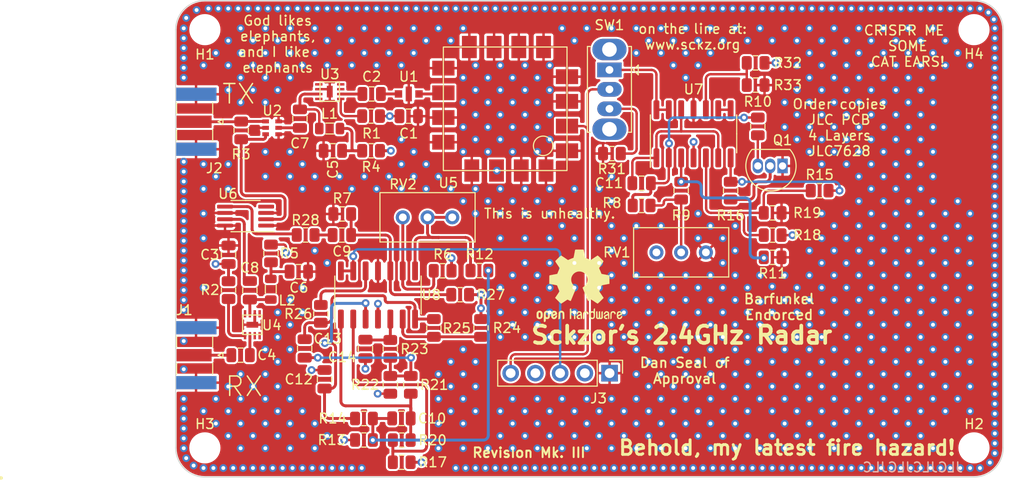
<source format=kicad_pcb>
(kicad_pcb (version 20211014) (generator pcbnew)
  (layers (0 "F.Cu" signal) (1 "In1.Cu" signal) (2 "In2.Cu" signal) (31 "B.Cu" signal) (34 "B.Paste" user) (35 "F.Paste" user) (36 "B.SilkS" user "B.Silkscreen") (37 "F.SilkS" user "F.Silkscreen") (38 "B.Mask" user) (39 "F.Mask" user) (44 "Edge.Cuts" user))
  (net 0 "")
  (net 1 "Earth")
  (net 2 "+5V")
  (net 3 "Net-(C2-Pad1)")
  (net 4 "Net-(C2-Pad2)")
  (net 5 "Net-(C4-Pad1)")
  (net 6 "Net-(C4-Pad2)")
  (net 7 "Net-(C5-Pad2)")
  (net 8 "Net-(C6-Pad2)")
  (net 9 "Net-(C7-Pad1)")
  (net 10 "Net-(C7-Pad2)")
  (net 11 "Net-(C8-Pad1)")
  (net 12 "Net-(C8-Pad2)")
  (net 13 "Net-(C9-Pad1)")
  (net 14 "Net-(R7-Pad1)")
  (net 15 "Net-(C10-Pad1)")
  (net 16 "Net-(C10-Pad2)")
  (net 17 "Net-(C11-Pad2)")
  (net 18 "Net-(C12-Pad1)")
  (net 19 "Net-(C13-Pad1)")
  (net 20 "Net-(C13-Pad2)")
  (net 21 "Net-(C14-Pad1)")
  (net 22 "Net-(AE1-Pad2)")
  (net 23 "Net-(J2-Pad1)")
  (net 24 "Net-(AE2-Pad2)")
  (net 25 "Net-(R1-Pad2)")
  (net 26 "Net-(R2-Pad2)")
  (net 27 "Net-(J3-Pad3)")
  (net 28 "Net-(R6-Pad2)")
  (net 29 "Net-(R12-Pad1)")
  (net 30 "Net-(J3-Pad5)")
  (net 31 "Net-(R17-Pad2)")
  (net 32 "Net-(R24-Pad2)")
  (net 33 "Net-(U1-Pad1)")
  (net 42 "Net-(Q1-Pad2)")
  (net 44 "Net-(R3-Pad1)")
  (net 46 "Net-(R31-Pad1)")
  (net 47 "Net-(C11-Pad1)")
  (net 48 "Net-(Q1-Pad3)")
  (net 49 "Net-(R26-Pad2)")
  (net 50 "Net-(R8-Pad1)")
  (net 51 "Net-(R11-Pad2)")
  (net 52 "Net-(R15-Pad1)")
  (net 53 "Net-(R15-Pad2)")
  (net 54 "Net-(R32-Pad2)")
  (net 55 "Net-(U7-Pad8)")
  (net 56 "Net-(SW1-Pad1)")
  (net 57 "Net-(U6-Pad5)")
  (footprint "Resistor_SMD:R_0805_2012Metric" (layer "F.Cu") (at 33.35 44.11)
    (fp_text reference "R28")
    (fp_text value "50")
  )
  (footprint "Capacitor_SMD:C_0805_2012Metric" (layer "F.Cu") (at 67.858 38.79 180)
    (fp_text reference "C11")
    (fp_text value "8 nF")
  )
  (footprint "Package_SO:MSOP-8_3x3mm_P0.65mm" (layer "F.Cu") (at 27.18 42.17 180)
    (fp_text reference "U6")
    (fp_text value "HMC213B")
  )
  (footprint "Package_SO:SOIC-14_3.9x8.7mm_P1.27mm" (layer "F.Cu") (at 40.78 50.28 90)
    (fp_text reference "U8")
    (fp_text value "LMC6484")
  )
  (footprint "Resistor_SMD:R_0805_2012Metric" (layer "F.Cu") (at 79.796 32.948 90)
    (fp_text reference "R10")
    (fp_text value "51.1k")
  )
  (footprint "Symbol:OSHW-Logo2_9.8x8mm_SilkScreen" (layer "F.Cu") (at 61.468 49.3268)
    (fp_text reference "REF**" hide)
    (fp_text value "OSHW-Logo2_9.8x8mm_SilkScreen" hide)
  )
  (footprint "MountingHole:MountingHole_2.7mm" (layer "F.Cu") (at 102 23)
    (fp_text reference "H4")
    (fp_text value "MountingHole")
  )
  (footprint "Resistor_SMD:R_0805_2012Metric" (layer "F.Cu") (at 64.81 35.742 180)
    (fp_text reference "R31")
    (fp_text value "100k")
  )
  (footprint "Capacitor_SMD:C_0805_2012Metric" (layer "F.Cu") (at 26.67 56.47)
    (fp_text reference "C4")
    (fp_text value "100 nF")
  )
  (footprint "Resistor_SMD:R_0805_2012Metric" (layer "F.Cu") (at 81.32 46.41 180)
    (fp_text reference "R11")
    (fp_text value "51.1k")
  )
  (footprint "Resistor_SMD:R_0805_2012Metric" (layer "F.Cu") (at 34.91 52.22 90)
    (fp_text reference "R26")
    (fp_text value "47k")
  )
  (footprint "Capacitor_SMD:C_0805_2012Metric" (layer "F.Cu") (at 40.13 29.61 180)
    (fp_text reference "C2")
    (fp_text value "100 nF")
  )
  (footprint "Resistor_SMD:R_0805_2012Metric" (layer "F.Cu") (at 71.922 39.552 90)
    (fp_text reference "R9")
    (fp_text value "51.1k")
  )
  (footprint "Resistor_SMD:R_0805_2012Metric" (layer "F.Cu") (at 47.42 47.79 180)
    (fp_text reference "R6")
    (fp_text value "220")
  )
  (footprint "Capacitor_SMD:C_0805_2012Metric" (layer "F.Cu") (at 37.07 44.12)
    (fp_text reference "C9")
    (fp_text value "1 uF")
  )
  (footprint "Resistor_SMD:R_0805_2012Metric" (layer "F.Cu") (at 49.22 50.25 180)
    (fp_text reference "R27")
    (fp_text value "10k")
  )
  (footprint "MountingHole:MountingHole_2.7mm" (layer "F.Cu") (at 23 23)
    (fp_text reference "H1")
    (fp_text value "MountingHole")
  )
  (footprint "Potentiometer_THT:Potentiometer_Bourns_3296W_Vertical" (layer "F.Cu") (at 69.382 45.902 180)
    (fp_text reference "RV1")
    (fp_text value "100k")
  )
  (footprint "Resistor_SMD:R_0805_2012Metric" (layer "F.Cu") (at 39.34 62.98 180)
    (fp_text reference "R14")
    (fp_text value "7.15k")
  )
  (footprint "Resistor_SMD:R_0805_2012Metric" (layer "F.Cu") (at 79.5725 28.7)
    (fp_text reference "R33")
    (fp_text value "10k")
  )
  (footprint "RadarProject:PDW06398" (layer "F.Cu") (at 30.402 32.4325 -90)
    (fp_text reference "U2")
    (fp_text value "PD2328J5050S2HF")
  )
  (footprint "RadarProject:BGU8052" (layer "F.Cu") (at 26.875 54.34 90)
    (fp_text reference "U4")
    (fp_text value "BGU8052")
  )
  (footprint "Package_TO_SOT_THT:TO-92L_Inline" (layer "F.Cu") (at 82.336 37.012 180)
    (fp_text reference "Q1")
    (fp_text value "Q_NPN_BCE")
  )
  (footprint "Resistor_SMD:R_0805_2012Metric" (layer "F.Cu") (at 39.34 65.19 180)
    (fp_text reference "R13")
    (fp_text value "102k")
  )
  (footprint "Capacitor_SMD:C_0805_2012Metric" (layer "F.Cu") (at 39.49 55.82 -90)
    (fp_text reference "C14")
    (fp_text value "1 nF")
  )
  (footprint "Connector_Coaxial:SMA_Samtec_SMA-J-P-X-ST-EM1_EdgeMount" (layer "F.Cu") (at 22.0925 32.47 -90)
    (fp_text reference "J2")
    (fp_text value "Conn_Coaxial")
  )
  (footprint "Connector_Coaxial:SMA_Samtec_SMA-J-P-X-ST-EM1_EdgeMount" (layer "F.Cu") (at 22.0925 56.47 -90)
    (fp_text reference "J1")
    (fp_text value "Conn_Coaxial")
  )
  (footprint "Resistor_SMD:R_0805_2012Metric" (layer "F.Cu") (at 25.43 49.78 -90)
    (fp_text reference "R2")
    (fp_text value "5.1 k")
  )
  (footprint "Resistor_SMD:R_0805_2012Metric" (layer "F.Cu") (at 51.2 47.77)
    (fp_text reference "R12")
    (fp_text value "8.45k")
  )
  (footprint "Resistor_SMD:R_0805_2012Metric" (layer "F.Cu") (at 51.36 53.67 -90)
    (fp_text reference "R24")
    (fp_text value "1.62k")
  )
  (footprint "Resistor_SMD:R_0805_2012Metric" (layer "F.Cu") (at 40.072 35.45 180)
    (fp_text reference "R4")
    (fp_text value "10")
  )
  (footprint "Connector_PinHeader_2.54mm:PinHeader_1x05_P2.54mm_Vertical" (layer "F.Cu") (at 64.57 58.32 -90)
    (fp_text reference "J3")
    (fp_text value "Conn_01x05")
  )
  (footprint "Capacitor_SMD:C_0805_2012Metric" (layer "F.Cu") (at 32.65 47.88 180)
    (fp_text reference "C6")
    (fp_text value "10 pF")
  )
  (footprint "Resistor_SMD:R_0805_2012Metric" (layer "F.Cu") (at 77.002 39.552 90)
    (fp_text reference "R16")
    (fp_text value "200k")
  )
  (footprint "Package_SO:SOIC-14_3.9x8.7mm_P1.27mm" (layer "F.Cu") (at 73.192 33.71 90)
    (fp_text reference "U7")
    (fp_text value "LMC6484")
  )
  (footprint "Capacitor_SMD:C_0805_2012Metric" (layer "F.Cu") (at 35.29 58.95 90)
    (fp_text reference "C12")
    (fp_text value "1 nF")
  )
  (footprint "Resistor_SMD:R_0805_2012Metric" (layer "F.Cu") (at 86.146 39.552)
    (fp_text reference "R15")
    (fp_text value "1k")
  )
  (footprint "Resistor_SMD:R_0805_2012Metric" (layer "F.Cu") (at 81.32 44.124 180)
    (fp_text reference "R18")
    (fp_text value "100k")
  )
  (footprint "Resistor_SMD:R_0805_2012Metric" (layer "F.Cu") (at 79.5725 26.414 180)
    (fp_text reference "R32")
    (fp_text value "10k")
  )
  (footprint "Capacitor_SMD:C_0805_2012Metric" (layer "F.Cu") (at 32.764 32.15 -90)
    (fp_text reference "C7")
    (fp_text value "100 nF")
  )
  (footprint "Resistor_SMD:R_0805_2012Metric" (layer "F.Cu") (at 43.22 67.48 180)
    (fp_text reference "R17")
    (fp_text value "12.1k")
  )
  (footprint "Resistor_SMD:R_0805_2012Metric" (layer "F.Cu") (at 43.2225 65.2)
    (fp_text reference "R20")
    (fp_text value "1k")
  )
  (footprint "Resistor_SMD:R_0805_2012Metric" (layer "F.Cu") (at 42.05 59.52 -90)
    (fp_text reference "R22")
    (fp_text value "102k")
  )
  (footprint "Resistor_SMD:R_0805_2012Metric" (layer "F.Cu") (at 37.11 41.95 180)
    (fp_text reference "R7")
    (fp_text value "10k")
  )
  (footprint "Inductor_SMD:L_0805_2012Metric" (layer "F.Cu") (at 29.77 49.69 -90)
    (fp_text reference "L2")
    (fp_text value "15 nH")
  )
  (footprint "Capacitor_SMD:C_0805_2012Metric" (layer "F.Cu") (at 25.43 46.14 -90)
    (fp_text reference "C3")
    (fp_text value "5.6 nF")
  )
  (footprint "Resistor_SMD:R_0805_2012Metric" (layer "F.Cu") (at 40.07 31.886 180)
    (fp_text reference "R1")
    (fp_text value "5.1 k")
  )
  (footprint "MountingHole:MountingHole_2.7mm" (layer "F.Cu") (at 23 66)
    (fp_text reference "H3")
    (fp_text value "MountingHole")
  )
  (footprint "Inductor_SMD:L_0805_2012Metric" (layer "F.Cu") (at 35.812 33.166 180)
    (fp_text reference "L1")
    (fp_text value "15 nH")
  )
  (footprint "Potentiometer_THT:Potentiometer_Bourns_3296W_Vertical" (layer "F.Cu") (at 43.33 42.3 180)
    (fp_text reference "RV2")
    (fp_text value "10k")
  )
  (footprint "Resistor_SMD:R_0805_2012Metric" (layer "F.Cu") (at 67.858 41.076 180)
    (fp_text reference "R8")
    (fp_text value "100k")
  )
  (footprint "Resistor_SMD:R_0805_2012Metric" (layer "F.Cu") (at 46.52 53.67 90)
    (fp_text reference "R25")
    (fp_text value "1k")
  )
  (footprint "Capacitor_SMD:C_0805_2012Metric" (layer "F.Cu") (at 43.19 62.97 180)
    (fp_text reference "C10")
    (fp_text value "1 nF")
  )
  (footprint "RadarProject:BGU8052" (layer "F.Cu") (at 36.828 30.372 180)
    (fp_text reference "U3")
    (fp_text value "BGU8052")
  )
  (footprint "RadarProject:CVCO55CC-2230-2430" (layer "F.Cu") (at 47.496 37.484 90)
    (fp_text reference "U5")
    (fp_text value "CVCO55CC-2230-2430")
  )
  (footprint "Resistor_SMD:R_0805_2012Metric" (layer "F.Cu") (at 81.32 41.838 180)
    (fp_text reference "R19")
    (fp_text value "100k")
  )
  (footprint "Resistor_SMD:R_0805_2012Metric" (layer "F.Cu") (at 42.05 55.82 90)
    (fp_text reference "R23")
    (fp_text value "7.15k")
  )
  (footprint "Capacitor_SMD:C_0805_2012Metric" (layer "F.Cu") (at 27.62 49.8 90)
    (fp_text reference "C8")
    (fp_text value "100 nF")
  )
  (footprint "RadarProject:TFA20C03DBER" (layer "F.Cu") (at 44.995 29.61 180)
    (fp_text reference "U1")
    (fp_text value "AT0603T03ECATD")
  )
  (footprint "Capacitor_SMD:C_0805_2012Metric" (layer "F.Cu") (at 36.142 35.452)
    (fp_text reference "C5")
    (fp_text value "10 pF")
  )
  (footprint "Button_Switch_THT:SW_Slide_1P2T_CK_OS102011MS2Q" (layer "F.Cu") (at 64.556 27.138 -90)
    (fp_text reference "SW1")
    (fp_text value "SW_SPDT")
  )
  (footprint "Capacitor_SMD:C_0805_2012Metric" (layer "F.Cu") (at 33.25 55.78 -90)
    (fp_text reference "C13")
    (fp_text value "1 nF")
  )
  (footprint "Capacitor_SMD:C_0805_2012Metric" (layer "F.Cu") (at 43.94 31.896 180)
    (fp_text reference "C1")
    (fp_text value "5.6 nF")
  )
  (footprint "MountingHole:MountingHole_2.7mm" (layer "F.Cu") (at 102 66)
    (fp_text reference "H2")
    (fp_text value "MountingHole")
  )
  (footprint "Resistor_SMD:R_0805_2012Metric" (layer "F.Cu") (at 29.79 46.01 -90)
    (fp_text reference "R5")
    (fp_text value "10")
  )
  (footprint "Resistor_SMD:R_0805_2012Metric" (layer "F.Cu") (at 26.73 33.36 90)
    (fp_text reference "R3")
    (fp_text value "100")
  )
  (footprint "Resistor_SMD:R_0805_2012Metric" (layer "F.Cu") (at 44.15 59.52 90)
    (fp_text reference "R21")
    (fp_text value "8.45k")
  )
  (gr_circle (center 2.067 69.09475) (end 2.097 69.11475) (layer "F.SilkS") (width 0.15) (fill none))
  (gr_line (start 102 20) (end 23 20) (layer "Edge.Cuts") (width 0.1))
  (gr_arc (start 102 20) (mid 104.12132 20.87868) (end 105 23) (layer "Edge.Cuts") (width 0.1))
  (gr_arc (start 23 69) (mid 20.87868 68.12132) (end 20 66) (layer "Edge.Cuts") (width 0.1))
  (gr_line (start 105 23) (end 105 66) (layer "Edge.Cuts") (width 0.1))
  (gr_line (start 23 69) (end 102 69) (layer "Edge.Cuts") (width 0.1))
  (gr_arc (start 105 66) (mid 104.12132 68.12132) (end 102 69) (layer "Edge.Cuts") (width 0.1))
  (gr_line (start 20 23) (end 20 66) (layer "Edge.Cuts") (width 0.1))
  (gr_arc (start 20 23) (mid 20.87868 20.87868) (end 23 20) (layer "Edge.Cuts") (width 0.1))
  (gr_text "JLCJLCJLCJLC" (at 95.71 68) (layer "B.SilkS") (effects (font (size 1 1)) (justify mirror)))
  (gr_text "Revision Mk. III" (at 56.2864 66.4972) (layer "F.SilkS") (effects (font (size 1 1) (thickness 0.2))))
  (gr_text "CRISPR ME \nSOME\nCAT EARS!" (at 95.1992 24.6888) (layer "F.SilkS") (effects (font (size 1 1))))
  (gr_text "Sckzor's 2.4GHz Radar" (at 71.9836 54.4068) (layer "F.SilkS") (effects (font (size 1.778 1.778) (thickness 0.381))))
  (gr_text "This is unhealthy." (at 58.42 41.91) (layer "F.SilkS") (effects (font (size 1 1))))
  (gr_text "Behold, my latest fire hazard!" (at 82.804 65.9892) (layer "F.SilkS") (effects (font (size 1.5 1.5) (thickness 0.3))))
  (gr_text "God likes\nelephants,\nand I like \nelephants\n" (at 30.48 24.4856) (layer "F.SilkS") (effects (font (size 1 1))))
  (gr_text "on the line at:\nwww.sckz.org" (at 73.1012 23.7236) (layer "F.SilkS") (effects (font (size 1 1))))
  (gr_text "Barfunkel\nEndorced" (at 81.9912 51.5112) (layer "F.SilkS") (effects (font (size 1.016 1.016) (thickness 0.1778))))
  (gr_text "TX" (at 26.4668 29.6164) (layer "F.SilkS") (effects (font (size 2 2))))
  (gr_text "RX" (at 27.0256 59.69) (layer "F.SilkS") (effects (font (size 2 2))))
  (gr_text "Dan Seal of\nApproval" (at 72.2884 58.0644) (layer "F.SilkS") (effects (font (size 1.016 1.016) (thickness 0.1778))))
  (gr_text "Order copies\nJLC PCB\n4 Layers\nJLC7628" (at 88.1888 33.0708) (layer "F.SilkS") (effects (font (size 1 1))))
  (segment (start 43.95 29.605) (end 43.945 29.61) (width 0.25) (layer "F.Cu") (net 1))
  (segment (start 29.2925 43.145) (end 30.705 43.145) (width 0.25) (layer "F.Cu") (net 1))
  (segment (start 28.125 53.09) (end 27.875 53.34) (width 0.25) (layer "F.Cu") (net 1))
  (segment (start 29.2925 41.845) (end 30.705 41.845) (width 0.25) (layer "F.Cu") (net 1))
  (segment (start 28.125 52.215) (end 28.125 53.09) (width 0.29972) (layer "F.Cu") (net 1))
  (segment (start 35.83 29.37) (end 35.828 29.372) (width 0.25) (layer "F.Cu") (net 1))
  (segment (start 25.0675 41.845) (end 23.795 41.845) (width 0.25) (layer "F.Cu") (net 1))
  (segment (start 35.578 29.122) (end 35.828 29.372) (width 0.25) (layer "F.Cu") (net 1))
  (segment (start 25.0675 43.145) (end 23.795 43.145) (width 0.25) (layer "F.Cu") (net 1))
  (segment (start 34.703 29.122) (end 35.578 29.122) (width 0.25) (layer "F.Cu") (net 1))
  (via (at 90.17 66.04) (size 0.8) (drill 0.4) (layers "F.Cu" "B.Cu") (net 1))
  (via (at 73.66 52.07) (size 0.8) (drill 0.4) (layers "F.Cu" "B.Cu") (net 1))
  (via (at 70.104 20.828) (size 0.8) (drill 0.4) (layers "F.Cu" "B.Cu") (net 1))
  (via (at 55.88 54.61) (size 0.8) (drill 0.4) (layers "F.Cu" "B.Cu") (net 1))
  (via (at 43.18 24.13) (size 0.8) (drill 0.4) (layers "F.Cu" "B.Cu") (net 1))
  (via (at 38.1 26.67) (size 0.8) (drill 0.4) (layers "F.Cu" "B.Cu") (net 1))
  (via (at 104.14 33.02) (size 0.8) (drill 0.4) (layers "F.Cu" "B.Cu") (net 1))
  (via (at 72.39 48.26) (size 0.8) (drill 0.4) (layers "F.Cu" "B.Cu") (net 1))
  (via (at 93.98 62.23) (size 0.8) (drill 0.4) (layers "F.Cu" "B.Cu") (net 1))
  (via (at 50.8 29.21) (size 0.8) (drill 0.4) (layers "F.Cu" "B.Cu") (net 1))
  (via (at 29.972 68.072) (size 0.8) (drill 0.4) (layers "F.Cu" "B.Cu") (net 1))
  (via (at 58.42 62.23) (size 0.8) (drill 0.4) (layers "F.Cu" "B.Cu") (net 1))
  (via (at 102.616 20.828) (size 0.8) (drill 0.4) (layers "F.Cu" "B.Cu") (net 1))
  (via (at 88.9 49.53) (size 0.8) (drill 0.4) (layers "F.Cu" "B.Cu") (net 1))
  (via (at 62.23 58.42) (size 0.8) (drill 0.4) (layers "F.Cu" "B.Cu") (net 1))
  (via (at 85.09 30.48) (size 0.8) (drill 0.4) (layers "F.Cu" "B.Cu") (net 1))
  (via (at 72.136 68.072) (size 0.8) (drill 0.4) (layers "F.Cu" "B.Cu") (net 1))
  (via (at 20.828 38.608) (size 0.8) (drill 0.4) (layers "F.Cu" "B.Cu") (net 1))
  (via (at 65.024 68.072) (size 0.8) (drill 0.4) (layers "F.Cu" "B.Cu") (net 1))
  (via (at 20.828 49.784) (size 0.8) (drill 0.4) (layers "F.Cu" "B.Cu") (net 1))
  (via (at 46.99 38.1) (size 0.8) (drill 0.4) (layers "F.Cu" "B.Cu") (net 1))
  (via (at 88.9 36.83) (size 0.8) (drill 0.4) (layers "F.Cu" "B.Cu") (net 1))
  (via (at 69.85 22.86) (size 0.8) (drill 0.4) (layers "F.Cu" "B.Cu") (net 1))
  (via (at 104.14 45.212) (size 0.8) (drill 0.4) (layers "F.Cu" "B.Cu") (net 1))
  (via (at 30.48 36.83) (size 0.8) (drill 0.4) (layers "F.Cu" "B.Cu") (net 1))
  (via (at 99.06 24.13) (size 0.8) (drill 0.4) (layers "F.Cu" "B.Cu") (net 1))
  (via (at 91.44 64.77) (size 0.8) (drill 0.4) (layers "F.Cu" "B.Cu") (net 1))
  (via (at 90.17 55.88) (size 0.8) (drill 0.4) (layers "F.Cu" "B.Cu") (net 1))
  (via (at 64.77 48.26) (size 0.8) (drill 0.4) (layers "F.Cu" "B.Cu") (net 1))
  (via (at 72.39 58.42) (size 0.8) (drill 0.4) (layers "F.Cu" "B.Cu") (net 1))
  (via (at 95.25 50.8) (size 0.8) (drill 0.4) (layers "F.Cu" "B.Cu") (net 1))
  (via (at 44.704 20.828) (size 0.8) (drill 0.4) (layers "F.Cu" "B.Cu") (net 1))
  (via (at 61.976 20.828) (size 0.8) (drill 0.4) (layers "F.Cu" "B.Cu") (net 1))
  (via (at 90.17 63.5) (size 0.8) (drill 0.4) (layers "F.Cu" "B.Cu") (net 1))
  (via (at 91.44 24.13) (size 0.8) (drill 0.4) (layers "F.Cu" "B.Cu") (net 1))
  (via (at 46.99 66.04) (size 0.8) (drill 0.4) (layers "F.Cu" "B.Cu") (net 1))
  (via (at 20.828 47.752) (size 0.8) (drill 0.4) (layers "F.Cu" "B.Cu") (net 1))
  (via (at 68.58 62.23) (size 0.8) (drill 0.4) (layers "F.Cu" "B.Cu") (net 1))
  (via (at 71.12 49.53) (size 0.8) (drill 0.4) (layers "F.Cu" "B.Cu") (net 1))
  (via (at 88.9 24.13) (size 0.8) (drill 0.4) (layers "F.Cu" "B.Cu") (net 1))
  (via (at 88.9 59.69) (size 0.8) (drill 0.4) (layers "F.Cu" "B.Cu") (net 1))
  (via (at 44.45 35.56) (size 0.8) (drill 0.4) (layers "F.Cu" "B.Cu") (net 1))
  (via (at 63.5 41.91) (size 0.8) (drill 0.4) (layers "F.Cu" "B.Cu") (net 1))
  (via (at 104.14 65.532) (size 0.8) (drill 0.4) (layers "F.Cu" "B.Cu") (net 1))
  (via (at 26.67 58.42) (size 0.8) (drill 0.4) (layers "F.Cu" "B.Cu") (net 1))
  (via (at 85.09 33.02) (size 0.8) (drill 0.4) (layers "F.Cu" "B.Cu") (net 1))
  (via (at 46.99 58.42) (size 0.8) (drill 0.4) (layers "F.Cu" "B.Cu") (net 1))
  (via (at 22.86 39.37) (size 0.8) (drill 0.4) (layers "F.Cu" "B.Cu") (net 1))
  (via (at 49.53 66.04) (size 0.8) (drill 0.4) (layers "F.Cu" "B.Cu") (net 1))
  (via (at 53.34 31.75) (size 0.8) (drill 0.4) (layers "F.Cu" "B.Cu") (net 1))
  (via (at 88.9 34.29) (size 0.8) (drill 0.4) (layers "F.Cu" "B.Cu") (net 1))
  (via (at 69.85 25.4) (size 0.8) (drill 0.4) (layers "F.Cu" "B.Cu") (net 1))
  (via (at 20.828 36.576) (size 0.8) (drill 0.4) (layers "F.Cu" "B.Cu") (net 1))
  (via (at 95.25 38.1) (size 0.8) (drill 0.4) (layers "F.Cu" "B.Cu") (net 1))
  (via (at 58.42 49.53) (size 0.8) (drill 0.4) (layers "F.Cu" "B.Cu") (net 1))
  (via (at 91.44 54.61) (size 0.8) (drill 0.4) (layers "F.Cu" "B.Cu") (net 1))
  (via (at 95.504 68.072) (size 0.8) (drill 0.4) (layers "F.Cu" "B.Cu") (net 1))
  (via (at 99.06 59.69) (size 0.8) (drill 0.4) (layers "F.Cu" "B.Cu") (net 1))
  (via (at 77.47 45.72) (size 0.8) (drill 0.4) (layers "F.Cu" "B.Cu") (net 1))
  (via (at 96.52 34.29) (size 0.8) (drill 0.4) (layers "F.Cu" "B.Cu") (net 1))
  (via (at 86.36 20.828) (size 0.8) (drill 0.4) (layers "F.Cu" "B.Cu") (net 1))
  (via (at 78.232 68.072) (size 0.8) (drill 0.4) (layers "F.Cu" "B.Cu") (net 1))
  (via (at 69.85 43.18) (size 0.8) (drill 0.4) (layers "F.Cu" "B.Cu") (net 1))
  (via (at 93.472 20.828) (size 0.8) (drill 0.4) (layers "F.Cu" "B.Cu") (net 1))
  (via (at 67.31 25.4) (size 0.8) (drill 0.4) (layers "F.Cu" "B.Cu") (net 1))
  (via (at 96.52 39.37) (size 0.8) (drill 0.4) (layers "F.Cu" "B.Cu") (net 1))
  (via (at 50.8 26.67) (size 0.8) (drill 0.4) (layers "F.Cu" "B.Cu") (net 1))
  (via (at 78.232 20.828) (size 0.8) (drill 0.4) (layers "F.Cu" "B.Cu") (net 1))
  (via (at 83.82 57.15) (size 0.8) (drill 0.4) (layers "F.Cu" "B.Cu") (net 1))
  (via (at 58.42 29.21) (size 0.8) (drill 0.4) (layers "F.Cu" "B.Cu") (net 1))
  (via (at 57.15 60.96) (size 0.8) (drill 0.4) (layers "F.Cu" "B.Cu") (net 1))
  (via (at 95.25 48.26) (size 0.8) (drill 0.4) (layers "F.Cu" "B.Cu") (net 1))
  (via (at 104.14 50.292) (size 0.8) (drill 0.4) (layers "F.Cu" "B.Cu") (net 1))
  (via (at 101.6 20.828) (size 0.8) (drill 0.4) (layers "F.Cu" "B.Cu") (net 1))
  (via (at 33.02 36.83) (size 0.8) (drill 0.4) (layers "F.Cu" "B.Cu") (net 1))
  (via (at 72.39 63.5) (size 0.8) (drill 0.4) (layers "F.Cu" "B.Cu") (net 1))
  (via (at 22.1488 20.9804) (size 0.8) (drill 0.4) (layers "F.Cu" "B.Cu") (net 1))
  (via (at 78.74 24.13) (size 0.8) (drill 0.4) (layers "F.Cu" "B.Cu") (net 1))
  (via (at 80.264 68.072) (size 0.8) (drill 0.4) (layers "F.Cu" "B.Cu") (net 1))
  (via (at 68.58 54.61) (size 0.8) (drill 0.4) (layers "F.Cu" "B.Cu") (net 1))
  (via (at 62.992 20.828) (size 0.8) (drill 0.4) (layers "F.Cu" "B.Cu") (net 1))
  (via (at 69.85 66.04) (size 0.8) (drill 0.4) (layers "F.Cu" "B.Cu") (net 1))
  (via (at 20.828 66.04) (size 0.8) (drill 0.4) (layers "F.Cu" "B.Cu") (net 1))
  (via (at 30.48 52.07) (size 0.8) (drill 0.4) (layers "F.Cu" "B.Cu") (net 1))
  (via (at 29.21 27.94) (size 0.8) (drill 0.4) (layers "F.Cu" "B.Cu") (net 1))
  (via (at 63.5 49.53) (size 0.8) (drill 0.4) (layers "F.Cu" "B.Cu") (net 1))
  (via (at 88.9 54.61) (size 0.8) (drill 0.4) (layers "F.Cu" "B.Cu") (net 1))
  (via (at 77.47 48.26) (size 0.8) (drill 0.4) (layers "F.Cu" "B.Cu") (net 1))
  (via (at 22.86 26.67) (size 0.8) (drill 0.4) (layers "F.Cu" "B.Cu") (net 1))
  (via (at 80.01 48.26) (size 0.8) (drill 0.4) (layers "F.Cu" "B.Cu") (net 1))
  (via (at 57.15 35.56) (size 0.8) (drill 0.4) (layers "F.Cu" "B.Cu") (net 1))
  (via (at 22.86 44.45) (size 0.8) (drill 0.4) (layers "F.Cu" "B.Cu") (net 1))
  (via (at 60.96 64.77) (size 0.8) (drill 0.4) (layers "F.Cu" "B.Cu") (net 1))
  (via (at 67.31 48.26) (size 0.8) (drill 0.4) (layers "F.Cu" "B.Cu") (net 1))
  (via (at 93.98 44.45) (size 0.8) (drill 0.4) (layers "F.Cu" "B.Cu") (net 1))
  (via (at 78.74 64.77) (size 0.8) (drill 0.4) (layers "F.Cu" "B.Cu") (net 1))
  (via (at 95.25 58.42) (size 0.8) (drill 0.4) (layers "F.Cu" "B.Cu") (net 1))
  (via (at 76.2 64.77) (size 0.8) (drill 0.4) (layers "F.Cu" "B.Cu") (net 1))
  (via (at 53.34 49.53) (size 0.8) (drill 0.4) (layers "F.Cu" "B.Cu") (net 1))
  (via (at 58.42 54.61) (size 0.8) (drill 0.4) (layers "F.Cu" "B.Cu") (net 1))
  (via (at 96.52 62.23) (size 0.8) (drill 0.4) (layers "F.Cu" "B.Cu") (net 1))
  (via (at 97.79 25.4) (size 0.8) (drill 0.4) (layers "F.Cu" "B.Cu") (net 1))
  (via (at 39.624 20.828) (size 0.8) (drill 0.4) (layers "F.Cu" "B.Cu") (net 1))
  (via (at 92.71 27.94) (size 0.8) (drill 0.4) (layers "F.Cu" "B.Cu") (net 1))
  (via (at 91.44 46.99) (size 0.8) (drill 0.4) (layers "F.Cu" "B.Cu") (net 1))
  (via (at 77.47 22.86) (size 0.8) (drill 0.4) (layers "F.Cu" "B.Cu") (net 1))
  (via (at 26.416 20.828) (size 0.8) (drill 0.4) (layers "F.Cu" "B.Cu") (net 1))
  (via (at 25.4 29.21) (size 0.8) (drill 0.4) (layers "F.Cu" "B.Cu") (net 1))
  (via (at 56.896 20.828) (size 0.8) (drill 0.4) (layers "F.Cu" "B.Cu") (net 1))
  (via (at 100.33 60.96) (size 0.8) (drill 0.4) (layers "F.Cu" "B.Cu") (net 1))
  (via (at 92.71 60.96) (size 0.8) (drill 0.4) (layers "F.Cu" "B.Cu") (net 1))
  (via (at 99.568 68.072) (size 0.8) (drill 0.4) (layers "F.Cu" "B.Cu") (net 1))
  (via (at 72.39 27.94) (size 0.8) (drill 0.4) (layers "F.Cu" "B.Cu") (net 1))
  (via (at 40.64 24.13) (size 0.8) (drill 0.4) (layers "F.Cu" "B.Cu") (net 1))
  (via (at 97.79 53.34) (size 0.8) (drill 0.4) (layers "F.Cu" "B.Cu") (net 1))
  (via (at 93.98 64.77) (size 0.8) (drill 0.4) (layers "F.Cu" "B.Cu") (net 1))
  (via (at 73.152 20.828) (size 0.8) (drill 0.4) (layers "F.Cu" "B.Cu") (net 1))
  (via (at 93.472 68.072) (size 0.8) (drill 0.4) (layers "F.Cu" "B.Cu") (net 1))
  (via (at 30.48 59.69) (size 0.8) (drill 0.4) (layers "F.Cu" "B.Cu") (net 1))
  (via (at 95.25 60.96) (size 0.8) (drill 0.4) (layers "F.Cu" "B.Cu") (net 1))
  (via (at 64.77 66.04) (size 0.8) (drill 0.4) (layers "F.Cu" "B.Cu") (net 1))
  (via (at 46.736 20.828) (size 0.8) (drill 0.4) (layers "F.Cu" "B.Cu") (net 1))
  (via (at 29.21 63.5) (size 0.8) (drill 0.4) (layers "F.Cu" "B.Cu") (net 1))
  (via (at 60.96 44.45) (size 0.8) (drill 0.4) (layers "F.Cu" "B.Cu") (net 1))
  (via (at 20.828 41.656) (size 0.8) (drill 0.4) (layers "F.Cu" "B.Cu") (net 1))
  (via (at 58.42 34.29) (size 0.8) (drill 0.4) (layers "F.Cu" "B.Cu") (net 1))
  (via (at 69.85 55.88) (size 0.8) (drill 0.4) (layers "F.Cu" "B.Cu") (net 1))
  (via (at 91.44 68.072) (size 0.8) (drill 0.4) (layers "F.Cu" "B.Cu") (net 1))
  (via (at 60.96 62.23) (size 0.8) (drill 0.4) (layers "F.Cu" "B.Cu") (net 1))
  (via (at 88.9 62.23) (size 0.8) (drill 0.4) (layers "F.Cu" "B.Cu") (net 1))
  (via (at 100.33 53.34) (size 0.8) (drill 0.4) (layers "F.Cu" "B.Cu") (net 1))
  (via (at 89.408 20.828) (size 0.8) (drill 0.4) (layers "F.Cu" "B.Cu") (net 1))
  (via (at 83.82 49.53) (size 0.8) (drill 0.4) (layers "F.Cu" "B.Cu") (net 1))
  (via (at 86.36 31.75) (size 0.8) (drill 0.4) (layers "F.Cu" "B.Cu") (net 1))
  (via (at 27.94 26.67) (size 0.8) (drill 0.4) (layers "F.Cu" "B.Cu") (net 1))
  (via (at 80.081183 50.959207) (size 0.8) (drill 0.4) (layers "F.Cu" "B.Cu") (net 1))
  (via (at 87.63 22.86) (size 0.8) (drill 0.4) (layers "F.Cu" "B.Cu") (net 1))
  (via (at 85.09 66.04) (size 0.8) (drill 0.4) (layers "F.Cu" "B.Cu") (net 1))
  (via (at 64.77 53.34) (size 0.8) (drill 0.4) (layers "F.Cu" "B.Cu") (net 1))
  (via (at 59.69 40.64) (size 0.8) (drill 0.4) (layers "F.Cu" "B.Cu") (net 1))
  (via (at 101.6 41.91) (size 0.8) (drill 0.4) (layers "F.Cu" "B.Cu") (net 1))
  (via (at 97.79 58.42) (size 0.8) (drill 0.4) (layers "F.Cu" "B.Cu") (net 1))
  (via (at 73.152 68.072) (size 0.8) (drill 0.4) (layers "F.Cu" "B.Cu") (net 1))
  (via (at 31.75 66.04) (size 0.8) (drill 0.4) (layers "F.Cu" "B.Cu") (net 1))
  (via (at 96.52 29.21) (size 0.8) (drill 0.4) (layers "F.Cu" "B.Cu") (net 1))
  (via (at 68.58 59.69) (size 0.8) (drill 0.4) (layers "F.Cu" "B.Cu") (net 1))
  (via (at 53.34 39.37) (size 0.8) (drill 0.4) (layers "F.Cu" "B.Cu") (net 1))
  (via (at 86.36 24.13) (size 0.8) (drill 0.4) (layers "F.Cu" "B.Cu") (net 1))
  (via (at 77.47 58.42) (size 0.8) (drill 0.4) (layers "F.Cu" "B.Cu") (net 1))
  (via (at 25.4 24.13) (size 0.8) (drill 0.4) (layers "F.Cu" "B.Cu") (net 1))
  (via (at 35.052 68.072) (size 0.8) (drill 0.4) (layers "F.Cu" "B.Cu") (net 1))
  (via (at 86.36 29.21) (size 0.8) (drill 0.4) (layers "F.Cu" "B.Cu") (net 1))
  (via (at 76.2 44.45) (size 0.8) (drill 0.4) (layers "F.Cu" "B.Cu") (net 1))
  (via (at 83.82 31.75) (size 0.8) (drill 0.4) (layers "F.Cu" "B.Cu") (net 1))
  (via (at 104.14 28.956) (size 0.8) (drill 0.4) (layers "F.Cu" "B.Cu") (net 1))
  (via (at 58.42 46.99) (size 0.8) (drill 0.4) (layers "F.Cu" "B.Cu") (net 1))
  (via (at 38.1 24.13) (size 0.8) (drill 0.4) (layers "F.Cu" "B.Cu") (net 1))
  (via (at 64.008 20.828) (size 0.8) (drill 0.4) (layers "F.Cu" "B.Cu") (net 1))
  (via (at 36.83 25.4) (size 0.8) (drill 0.4) (layers "F.Cu" "B.Cu") (net 1))
  (via (at 85.344 68.072) (size 0.8) (drill 0.4) (layers "F.Cu" "B.Cu") (net 1))
  (via (at 67.056 68.072) (size 0.8) (drill 0.4) (layers "F.Cu" "B.Cu") (net 1))
  (via (at 76.2 68.072) (size 0.8) (drill 0.4) (layers "F.Cu" "B.Cu") (net 1))
  (via (at 44.45 25.4) (size 0.8) (drill 0.4) (layers "F.Cu" "B.Cu") (net 1))
  (via (at 66.04 20.828) (size 0.8) (drill 0.4) (layers "F.Cu" "B.Cu") (net 1))
  (via (at 61.976 68.072) (size 0.8) (drill 0.4) (layers "F.Cu" "B.Cu") (net 1))
  (via (at 20.828 61.976) (size 0.8) (drill 0.4) (layers "F.Cu" "B.Cu") (net 1))
  (via (at 87.63 66.04) (size 0.8) (drill 0.4) (layers "F.Cu" "B.Cu") (net 1))
  (via (at 74.168 68.072) (size 0.8) (drill 0.4) (layers "F.Cu" "B.Cu") (net 1))
  (via (at 82.55 30.48) (size 0.8) (drill 0.4) (layers "F.Cu" "B.Cu") (net 1))
  (via (at 53.34 26.67) (size 0.8) (drill 0.4) (layers "F.Cu" "B.Cu") (net 1))
  (via (at 95.25 30.48) (size 0.8) (drill 0.4) (layers "F.Cu" "B.Cu") (net 1))
  (via (at 36.576 20.828) (size 0.8) (drill 0.4) (layers "F.Cu" "B.Cu") (net 1))
  (via (at 95.25 22.86) (size 0.8) (drill 0.4) (layers "F.Cu" "B.Cu") (net 1))
  (via (at 20.828 45.72) (size 0.8) (drill 0.4) (layers "F.Cu" "B.Cu") (net 1))
  (via (at 92.71 35.56) (size 0.8) (drill 0.4) (layers "F.Cu" "B.Cu") (net 1))
  (via (at 54.61 35.56) (size 0.8) (drill 0.4) (layers "F.Cu" "B.Cu") (net 1))
  (via (at 57.912 20.828) (size 0.8) (drill 0.4) (layers "F.Cu" "B.Cu") (net 1))
  (via (at 97.79 45.72) (size 0.8) (drill 0.4) (layers "F.Cu" "B.Cu") (net 1))
  (via (at 96.52 26.67) (size 0.8) (drill 0.4) (layers "F.Cu" "B.Cu") (net 1))
  (via (at 29.464 20.828) (size 0.8) (drill 0.4) (layers "F.Cu" "B.Cu") (net 1))
  (via (at 81.28 57.15) (size 0.8) (drill 0.4) (layers "F.Cu" "B.Cu") (net 1))
  (via (at 33.528 20.828) (size 0.8) (drill 0.4) (layers "F.Cu" "B.Cu") (net 1))
  (via (at 58.928 20.828) (size 0.8) (drill 0.4) (layers "F.Cu" "B.Cu") (net 1))
  (via (at 67.31 43.18) (size 0.8) (drill 0.4) (layers "F.Cu" "B.Cu") (net 1))
  (via (at 91.44 39.37) (size 0.8) (drill 0.4) (layers "F.Cu" "B.Cu") (net 1))
  (via (at 20.828 51.816) (size 0.8) (drill 0.4) (layers "F.Cu" "B.Cu") (net 1))
  (via (at 26.67 63.5) (size 0.8) (drill 0.4) (layers "F.Cu" "B.Cu") (net 1))
  (via (at 31.75 35.56) (size 0.8) (drill 0.4) (layers "F.Cu" "B.Cu") (net 1))
  (via (at 33.02 62.23) (size 0.8) (drill 0.4) (layers "F.Cu" "B.Cu") (net 1))
  (via (at 80.01 66.04) (size 0.8) (drill 0.4) (layers "F.Cu" "B.Cu") (net 1))
  (via (at 88.9 41.91) (size 0.8) (drill 0.4) (layers "F.Cu" "B.Cu") (net 1))
  (via (at 74.93 25.4) (size 0.8) (drill 0.4) (layers "F.Cu" "B.Cu") (net 1))
  (via (at 67.056 20.828) (size 0.8) (drill 0.4) (layers "F.Cu" "B.Cu") (net 1))
  (via (at 104.14 48.26) (size 0.8) (drill 0.4) (layers "F.Cu" "B.Cu") (net 1))
  (via (at 28.956 68.072) (size 0.8) (drill 0.4) (layers "F.Cu" "B.Cu") (net 1))
  (via (at 81.275168 49.409323) (size 0.8) (drill 0.4) (layers "F.Cu" "B.Cu") (net 1))
  (via (at 31.496 20.828) (size 0.8) (drill 0.4) (layers "F.Cu" "B.Cu") (net 1))
  (via (at 30.48 29.21) (size 0.8) (drill 0.4) (layers "F.Cu" "B.Cu") (net 1))
  (via (at 77.47 43.18) (size 0.8) (drill 0.4) (layers "F.Cu" "B.Cu") (net 1))
  (via (at 52.07 40.64) (size 0.8) (drill 0.4) (layers "F.Cu" "B.Cu") (net 1))
  (via (at 66.04 49.53) (size 0.8) (drill 0.4) (layers "F.Cu" "B.Cu") (net 1))
  (via (at 55.88 39.37) (size 0.8) (drill 0.4) (layers "F.Cu" "B.Cu") (net 1))
  (via (at 28.448 20.828) (size 0.8) (drill 0.4) (layers "F.Cu" "B.Cu") (net 1))
  (via (at 46.99 63.5) (size 0.8) (drill 0.4) (layers "F.Cu" "B.Cu") (net 1))
  (via (at 50.8 41.91) (size 0.8) (drill 0.4) (layers "F.Cu" "B.Cu") (net 1))
  (via (at 62.23 22.86) (size 0.8) (drill 0.4) (layers "F.Cu" "B.Cu") (net 1))
  (via (at 26.67 66.04) (size 0.8) (drill 0.4) (layers "F.Cu" "B.Cu") (net 1))
  (via (at 25.4 36.83) (size 0.8) (drill 0.4) (layers "F.Cu" "B.Cu") (net 1))
  (via (at 43.18 34.29) (size 0.8) (drill 0.4) (layers "F.Cu" "B.Cu") (net 1))
  (via (at 82.55 53.34) (size 0.8) (drill 0.4) (layers "F.Cu" "B.Cu") (net 1))
  (via (at 31.75 60.96) (size 0.8) (drill 0.4) (layers "F.Cu" "B.Cu") (net 1))
  (via (at 30.48 57.15) (size 0.8) (drill 0.4) (layers "F.Cu" "B.Cu") (net 1))
  (via (at 51.816 20.828) (size 0.8) (drill 0.4) (layers "F.Cu" "B.Cu") (net 1))
  (via (at 75.184 20.828) (size 0.8) (drill 0.4) (layers "F.Cu" "B.Cu") (net 1))
  (via (at 87.63 27.94) (size 0.8) (drill 0.4) (layers "F.Cu" "B.Cu") (net 1))
  (via (at 74.93 55.88) (size 0.8) (drill 0.4) (layers "F.Cu" "B.Cu") (net 1))
  (via (at 57.15 48.26) (size 0.8) (drill 0.4) (layers "F.Cu" "B.Cu") (net 1))
  (via (at 83.82 34.29) (size 0.8) (drill 0.4) (layers "F.Cu" "B.Cu") (net 1))
  (via (at 20.828 25.908) (size 0.8) (drill 0.4) (layers "F.Cu" "B.Cu") (net 1))
  (via (at 55.88 68.072) (size 0.8) (drill 0.4) (layers "F.Cu" "B.Cu") (net 1))
  (via (at 87.63 58.42) (size 0.8) (drill 0.4) (layers "F.Cu" "B.Cu") (net 1))
  (via (at 39.37 25.4) (size 0.8) (drill 0.4) (layers "F.Cu" "B.Cu") (net 1))
  (via (at 104.14 63.5) (size 0.8) (drill 0.4) (layers "F.Cu" "B.Cu") (net 1))
  (via (at 85.09 53.34) (size 0.8) (drill 0.4) (layers "F.Cu" "B.Cu") (net 1))
  (via (at 81.28 52.07) (size 0.8) (drill 0.4) (layers "F.Cu" "B.Cu") (net 1))
  (via (at 95.25 43.18) (size 0.8) (drill 0.4) (layers "F.Cu" "B.Cu") (net 1))
  (via (at 38.1 68.072) (size 0.8) (drill 0.4) (layers "F.Cu" "B.Cu") (net 1))
  (via (at 63.5 39.37) (size 0.8) (drill 0.4) (layers "F.Cu" "B.Cu") (net 1))
  (via (at 59.69 66.04) (size 0.8) (drill 0.4) (layers "F.Cu" "B.Cu") (net 1))
  (via (at 90.17 33.02) (size 0.8) (drill 0.4) (layers "F.Cu" "B.Cu") (net 1))
  (via (at 42.672 20.828) (size 0.8) (drill 0.4) (layers "F.Cu" "B.Cu") (net 1))
  (via (at 31.75 50.8) (size 0.8) (drill 0.4) (layers "F.Cu" "B.Cu") (net 1))
  (via (at 81.28 64.77) (size 0.8) (drill 0.4) (layers "F.Cu" "B.Cu") (net 1))
  (via (at 76.2 62.23) (size 0.8) (drill 0.4) (layers "F.Cu" "B.Cu") (net 1))
  (via (at 74.93 58.42) (size 0.8) (drill 0.4) (layers "F.Cu" "B.Cu") (net 1))
  (via (at 20.828 43.688) (size 0.8) (drill 0.4) (layers "F.Cu" "B.Cu") (net 1))
  (via (at 93.98 24.13) (size 0.8) (drill 0.4) (layers "F.Cu" "B.Cu") (net 1))
  (via (at 85.09 45.72) (size 0.8) (drill 0.4) (layers "F.Cu" "B.Cu") (net 1))
  (via (at 20.828 22.86) (size 0.8) (drill 0.4) (layers "F.Cu" "B.Cu") (net 1))
  (via (at 104.14 32.004) (size 0.8) (drill 0.4) (layers "F.Cu" "B.Cu") (net 1))
  (via (at 53.34 29.21) (size 0.8) (drill 0.4) (layers "F.Cu" "B.Cu") (net 1))
  (via (at 46.99 60.96) (size 0.8) (drill 0.4) (layers "F.Cu" "B.Cu") (net 1))
  (via (at 87.63 53.34) (size 0.8) (drill 0.4) (layers "F.Cu" "B.Cu") (net 1))
  (via (at 36.83 38.1) (size 0.8) (drill 0.4) (layers "F.Cu" "B.Cu") (net 1))
  (via (at 81.28 62.23) (size 0.8) (drill 0.4) (layers "F.Cu" "B.Cu") (net 1))
  (via (at 83.82 62.23) (size 0.8) (drill 0.4) (layers "F.Cu" "B.Cu") (net 1))
  (via (at 104.14 39.116) (size 0.8) (drill 0.4) (layers "F.Cu" "B.Cu") (net 1))
  (via (at 76.2 57.15) (size 0.8) (drill 0.4) (layers "F.Cu" "B.Cu") (net 1))
  (via (at 101.6 44.45) (size 0.8) (drill 0.4) (layers "F.Cu" "B.Cu") (net 1))
  (via (at 59.69 58.42) (size 0.8) (drill 0.4) (layers "F.Cu" "B.Cu") (net 1))
  (via (at 55.88 49.53) (size 0.8) (drill 0.4) (layers "F.Cu" "B.Cu") (net 1))
  (via (at 33.02 64.77) (size 0.8) (drill 0.4) (layers "F.Cu" "B.Cu") (net 1))
  (via (at 62.23 66.04) (size 0.8) (drill 0.4) (layers "F.Cu" "B.Cu") (net 1))
  (via (at 96.52 41.91) (size 0.8) (drill 0.4) (layers "F.Cu" "B.Cu") (net 1))
  (via (at 27.94 68.072) (size 0.8) (drill 0.4) (layers "F.Cu" "B.Cu") (net 1))
  (via (at 92.71 63.5) (size 0.8) (drill 0.4) (layers "F.Cu" "B.Cu") (net 1))
  (via (at 90.17 22.86) (size 0.8) (drill 0.4) (layers "F.Cu" "B.Cu") (net 1))
  (via (at 64.77 50.8) (size 0.8) (drill 0.4) (layers "F.Cu" "B.Cu") (net 1))
  (via (at 64.77 43.18) (size 0.8) (drill 0.4) (layers "F.Cu" "B.Cu") (net 1))
  (via (at 60.96 52.07) (size 0.8) (drill 0.4) (layers "F.Cu" "B.Cu") (net 1))
  (via (at 65.024 20.828) (size 0.8) (drill 0.4) (layers "F.Cu" "B.Cu") (net 1))
  (via (at 58.42 52.07) (size 0.8) (drill 0.4) (layers "F.Cu" "B.Cu") (net 1))
  (via (at 69.85 53.34) (size 0.8) (drill 0.4) (layers "F.Cu" "B.Cu") (net 1))
  (via (at 92.71 43.18) (size 0.8) (drill 0.4) (layers "F.Cu" "B.Cu") (net 1))
  (via (at 104.14 25.908) (size 0.8) (drill 0.4) (layers "F.Cu" "B.Cu") (net 1))
  (via (at 79.248 20.828) (size 0.8) (drill 0.4) (layers "F.Cu" "B.Cu") (net 1))
  (via (at 29.21 25.4) (size 0.8) (drill 0.4) (layers "F.Cu" "B.Cu") (net 1))
  (via (at 71.12 54.61) (size 0.8) (drill 0.4) (layers "F.Cu" "B.Cu") (net 1))
  (via (at 24.13 60.96) (size 0.8) (drill 0.4) (layers "F.Cu" "B.Cu") (net 1))
  (via (at 96.52 44.45) (size 0.8) (drill 0.4) (layers "F.Cu" "B.Cu") (net 1))
  (via (at 80.264 20.828) (size 0.8) (drill 0.4) (layers "F.Cu" "B.Cu") (net 1))
  (via (at 69.088 20.828) (size 0.8) (drill 0.4) (layers "F.Cu" "B.Cu") (net 1))
  (via (at 51.816 68.072) (size 0.8) (drill 0.4) (layers "F.Cu" "B.Cu") (net 1))
  (via (at 67.31 60.96) (size 0.8) (drill 0.4) (layers "F.Cu" "B.Cu") (net 1))
  (via (at 100.33 48.26) (size 0.8) (drill 0.4) (layers "F.Cu" "B.Cu") (net 1))
  (via (at 63.5 46.99) (size 0.8) (drill 0.4) (layers "F.Cu" "B.Cu") (net 1))
  (via (at 91.44 49.53) (size 0.8) (drill 0.4) (layers "F.Cu" "B.Cu") (net 1))
  (via (at 87.63 30.48) (size 0.8) (drill 0.4) (layers "F.Cu" "B.Cu") (net 1))
  (via (at 20.828 62.992) (size 0.8) (drill 0.4) (layers "F.Cu" "B.Cu") (net 1))
  (via (at 59.69 22.86) (size 0.8) (drill 0.4) (layers "F.Cu" "B.Cu") (net 1))
  (via (at 34.29 25.4) (size 0.8) (drill 0.4) (layers "F.Cu" "B.Cu") (net 1))
  (via (at 72.39 22.86) (size 0.8) (drill 0.4) (layers "F.Cu" "B.Cu") (net 1))
  (via (at 43.688 20.828) (size 0.8) (drill 0.4) (layers "F.Cu" "B.Cu") (net 1))
  (via (at 74.93 63.5) (size 0.8) (drill 0.4) (layers "F.Cu" "B.Cu") (net 1))
  (via (at 58.42 39.37) (size 0.8) (drill 0.4) (layers "F.Cu" "B.Cu") (net 1))
  (via (at 85.09 50.8) (size 0.8) (drill 0.4) (layers "F.Cu" "B.Cu") (net 1))
  (via (at 92.71 48.26) (size 0.8) (drill 0.4) (layers "F.Cu" "B.Cu") (net 1))
  (via (at 90.17 40.64) (size 0.8) (drill 0.4) (layers "F.Cu" "B.Cu") (net 1))
  (via (at 54.61 30.48) (size 0.8) (drill 0.4) (layers "F.Cu" "B.Cu") (net 1))
  (via (at 69.85 60.96) (size 0.8) (drill 0.4) (layers "F.Cu" "B.Cu") (net 1))
  (via (at 92.71 25.4) (size 0.8) (drill 0.4) (layers "F.Cu" "B.Cu") (net 1))
  (via (at 31.75 63.5) (size 0.8) (drill 0.4) (layers "F.Cu" "B.Cu") (net 1))
  (via (at 97.79 66.04) (size 0.8) (drill 0.4) (layers "F.Cu" "B.Cu") (net 1))
  (via (at 85.09 35.56) (size 0.8) (drill 0.4) (layers "F.Cu" "B.Cu") (net 1))
  (via (at 74.93 66.04) (size 0.8) (drill 0.4) (layers "F.Cu" "B.Cu") (net 1))
  (via (at 53.34 62.23) (size 0.8) (drill 0.4) (layers "F.Cu" "B.Cu") (net 1))
  (via (at 39.37 38.1) (size 0.8) (drill 0.4) (layers "F.Cu" "B.Cu") (net 1))
  (via (at 20.828 24.892) (size 0.8) (drill 0.4) (layers "F.Cu" "B.Cu") (net 1))
  (via (at 58.42 41.91) (size 0.8) (drill 0.4) (layers "F.Cu" "B.Cu") (net 1))
  (via (at 85.09 60.96) (size 0.8) (drill 0.4) (layers "F.Cu" "B.Cu") (net 1))
  (via (at 90.424 20.828) (size 0.8) (drill 0.4) (layers "F.Cu" "B.Cu") (net 1))
  (via (at 81.28 24.13) (size 0.8) (drill 0.4) (layers "F.Cu" "B.Cu") (net 1))
  (via (at 83.82 24.13) (size 0.8) (drill 0.4) (layers "F.Cu" "B.Cu") (net 1))
  (via (at 80.01 22.86) (size 0.8) (drill 0.4) (layers "F.Cu" "B.Cu") (net 1))
  (via (at 30.988 68.072) (size 0.8) (drill 0.4) (layers "F.Cu" "B.Cu") (net 1))
  (via (at 26.924 68.072) (size 0.8) (drill 0.4) (layers "F.Cu" "B.Cu") (net 1))
  (via (at 96.52 20.828) (size 0.8) (drill 0.4) (layers "F.Cu" "B.Cu") (net 1))
  (via (at 78.74 59.69) (size 0.8) (drill 0.4) (layers "F.Cu" "B.Cu") (net 1))
  (via (at 85.09 55.88) (size 0.8) (drill 0.4) (layers "F.Cu" "B.Cu") (net 1))
  (via (at 91.44 29.21) (size 0.8) (drill 0.4) (layers "F.Cu" "B.Cu") (net 1))
  (via (at 100.33 50.8) (size 0.8) (drill 0.4) (layers "F.Cu" "B.Cu") (net 1))
  (via (at 101.6 49.53) (size 0.8) (drill 0.4) (layers "F.Cu" "B.Cu") (net 1))
  (via (at 92.71 55.88) (size 0.8) (drill 0.4) (layers "F.Cu" "B.Cu") (net 1))
  (via (at 100.33 55.88) (size 0.8) (drill 0.4) (layers "F.Cu" "B.Cu") (net 1))
  (via (at 29.21 35.56) (size 0.8) (drill 0.4) (layers "F.Cu" "B.Cu") (net 1))
  (via (at 60.96 41.91) (size 0.8) (drill 0.4) (layers "F.Cu" "B.Cu") (net 1))
  (via (at 104.14 47.244) (size 0.8) (drill 0.4) (layers "F.Cu" "B.Cu") (net 1))
  (via (at 40.64 20.828) (size 0.8) (drill 0.4) (layers "F.Cu" "B.Cu") (net 1))
  (via (at 104.14 24.892) (size 0.8) (drill 0.4) (layers "F.Cu" "B.Cu") (net 1))
  (via (at 90.17 35.56) (size 0.8) (drill 0.4) (layers "F.Cu" "B.Cu") (net 1))
  (via (at 34.544 20.828) (size 0.8) (drill 0.4) (layers "F.Cu" "B.Cu") (net 1))
  (via (at 49.53 40.64) (size 0.8) (drill 0.4) (layers "F.Cu" "B.Cu") (net 1))
  (via (at 97.79 27.94) (size 0.8) (drill 0.4) (layers "F.Cu" "B.Cu") (net 1))
  (via (at 99.06 62.23) (size 0.8) (drill 0.4) (layers "F.Cu" "B.Cu") (net 1))
  (via (at 69.088 68.072) (size 0.8) (drill 0.4) (layers "F.Cu" "B.Cu") (net 1))
  (via (at 27.934715 24.124771) (size 0.8) (drill 0.4) (layers "F.Cu" "B.Cu") (net 1))
  (via (at 48.26 59.69) (size 0.8) (drill 0.4) (layers "F.Cu" "B.Cu") (net 1))
  (via (at 104.14 34.036) (size 0.8) (drill 0.4) (layers "F.Cu" "B.Cu") (net 1))
  (via (at 53.34 54.61) (size 0.8) (drill 0.4) (layers "F.Cu" "B.Cu") (net 1))
  (via (at 75.184 68.072) (size 0.8) (drill 0.4) (layers "F.Cu" "B.Cu") (net 1))
  (via (at 93.98 39.37) (size 0.8) (drill 0.4) (layers "F.Cu" "B.Cu") (net 1))
  (via (at 85.09 22.86) (size 0.8) (drill 0.4) (layers "F.Cu" "B.Cu") (net 1))
  (via (at 73.66 26.67) (size 0.8) (drill 0.4) (layers "F.Cu" "B.Cu") (net 1))
  (via (at 99.06 52.07) (size 0.8) (drill 0.4) (layers "F.Cu" "B.Cu") (net 1))
  (via (at 80.01 53.34) (size 0.8) (drill 0.4) (layers "F.Cu" "B.Cu") (net 1))
  (via (at 48.26 57.15) (size 0.8) (drill 0.4) (layers "F.Cu" "B.Cu") (net 1))
  (via (at 95.25 25.4) (size 0.8) (drill 0.4) (layers "F.Cu" "B.Cu") (net 1))
  (via (at 93.98 46.99) (size 0.8) (drill 0.4) (layers "F.Cu" "B.Cu") (net 1))
  (via (at 90.17 48.26) (size 0.8) (drill 0.4) (layers "F.Cu" "B.Cu") (net 1))
  (via (at 93.98 59.69) (size 0.8) (drill 0.4) (layers "F.Cu" "B.Cu") (net 1))
  (via (at 60.96 39.37) (size 0.8) (drill 0.4) (layers "F.Cu" "B.Cu") (net 1))
  (via (at 98.552 68.072) (size 0.8) (drill 0.4) (layers "F.Cu" "B.Cu") (net 1))
  (via (at 67.31 66.04) (size 0.8) (drill 0.4) (layers "F.Cu" "B.Cu") (net 1))
  (via (at 86.36 34.29) (size 0.8) (drill 0.4) (layers "F.Cu" "B.Cu") (net 1))
  (via (at 24.892 68.072) (size 0.8) (drill 0.4) (layers "F.Cu" "B.Cu") (net 1))
  (via (at 34.29 66.04) (size 0.8) (drill 0.4) (layers "F.Cu" "B.Cu") (net 1))
  (via (at 101.6 54.61) (size 0.8) (drill 0.4) (layers "F.Cu" "B.Cu") (net 1))
  (via (at 71.12 59.69) (size 0.8) (drill 0.4) (layers "F.Cu" "B.Cu") (net 1))
  (via (at 97.79 33.02) (size 0.8) (drill 0.4) (layers "F.Cu" "B.Cu") (net 1))
  (via (at 91.44 31.75) (size 0.8) (drill 0.4) (layers "F.Cu" "B.Cu") (net 1))
  (via (at 20.828 26.924) (size 0.8) (drill 0.4) (layers "F.Cu" "B.Cu") (net 1))
  (via (at 71.12 57.15) (size 0.8) (drill 0.4) (layers "F.Cu" "B.Cu") (net 1))
  (via (at 60.96 46.99) (size 0.8) (drill 0.4) (layers "F.Cu" "B.Cu") (net 1))
  (via (at 70.104 68.072) (size 0.8) (drill 0.4) (layers "F.Cu" "B.Cu") (net 1))
  (via (at 58.42 26.67) (size 0.8) (drill 0.4) (layers "F.Cu" "B.Cu") (net 1))
  (via (at 23.876 68.072) (size 0.8) (drill 0.4) (layers "F.Cu" "B.Cu") (net 1))
  (via (at 55.88 34.29) (size 0.8) (drill 0.4) (layers "F.Cu" "B.Cu") (net 1))
  (via (at 81.28 20.828) (size 0.8) (drill 0.4) (layers "F.Cu" "B.Cu") (net 1))
  (via (at 22.86 68.072) (size 0.8) (drill 0.4) (layers "F.Cu" "B.Cu") (net 1))
  (via (at 44.45 38.1) (size 0.8) (drill 0.4) (layers "F.Cu" "B.Cu") (net 1))
  (via (at 91.44 52.07) (size 0.8) (drill 0.4) (layers "F.Cu" "B.Cu") (net 1))
  (via (at 72.39 53.34) (size 0.8) (drill 0.4) (layers "F.Cu" "B.Cu") (net 1))
  (via (at 91.44 36.83) (size 0.8) (drill 0.4) (layers "F.Cu" "B.Cu") (net 1))
  (via (at 21.844 67.818) (size 0.8) (drill 0.4) (layers "F.Cu" "B.Cu") (net 1))
  (via (at 39.37 22.86) (size 0.8) (drill 0.4) (layers "F.Cu" "B.Cu") (net 1))
  (via (at 93.98 57.15) (size 0.8) (drill 0.4) (layers "F.Cu" "B.Cu") (net 1))
  (via (at 55.88 41.91) (size 0.8) (drill 0.4) (layers "F.Cu" "B.Cu") (net 1))
  (via (at 27.94 64.77) (size 0.8) (drill 0.4) (layers "F.Cu" "B.Cu") (net 1))
  (via (at 33.02 39.37) (size 0.8) (drill 0.4) (layers "F.Cu" "B.Cu") (net 1))
  (via (at 48.26 39.37) (size 0.8) (drill 0.4) (layers "F.Cu" "B.Cu") (net 1))
  (via (at 83.312 20.828) (size 0.8) (drill 0.4) (layers "F.Cu" "B.Cu") (net 1))
  (via (at 41.91 25.4) (size 0.8) (drill 0.4) (layers "F.Cu" "B.Cu") (net 1))
  (via (at 90.17 30.48) (size 0.8) (drill 0.4) (layers "F.Cu" "B.Cu") (net 1))
  (via (at 104.14 38.1) (size 0.8) (drill 0.4) (layers "F.Cu" "B.Cu") (net 1))
  (via (at 90.424 68.072) (size 0.8) (drill 0.4) (layers "F.Cu" "B.Cu") (net 1))
  (via (at 88.9 26.67) (size 0.8) (drill 0.4) (layers "F.Cu" "B.Cu") (net 1))
  (via (at 83.82 26.67) (size 0.8) (drill 0.4) (layers "F.Cu" "B.Cu") (net 1))
  (via (at 24.384 20.828) (size 0.8) (drill 0.4) (layers "F.Cu" "B.Cu") (net 1))
  (via (at 91.44 44.45) (size 0.8) (drill 0.4) (layers "F.Cu" "B.Cu") (net 1))
  (via (at 104.14 36.068) (size 0.8) (drill 0.4) (layers "F.Cu" "B.Cu") (net 1))
  (via (at 33.02 52.07) (size 0.8) (drill 0.4) (layers "F.Cu" "B.Cu") (net 1))
  (via (at 64.77 38.1) (size 0.8) (drill 0.4) (layers "F.Cu" "B.Cu") (net 1))
  (via (at 20.828 40.64) (size 0.8) (drill 0.4) (layers "F.Cu" "B.Cu") (net 1))
  (via (at 87.63 25.4) (size 0.8) (drill 0.4) (layers "F.Cu" "B.Cu") (net 1))
  (via (at 87.63 33.02) (size 0.8) (drill 0.4) (layers "F.Cu" "B.Cu") (net 1))
  (via (at 71.12 26.67) (size 0.8) (drill 0.4) (layers "F.Cu" "B.Cu") (net 1))
  (via (at 73.66 24.13) (size 0.8) (drill 0.4) (layers "F.Cu" "B.Cu") (net 1))
  (via (at 91.44 59.69) (size 0.8) (drill 0.4) (layers "F.Cu" "B.Cu") (net 1))
  (via (at 54.61 27.94) (size 0.8) (drill 0.4) (layers "F.Cu" "B.Cu") (net 1))
  (via (at 72.136 20.828) (size 0.8) (drill 0.4) (layers "F.Cu" "B.Cu") (net 1))
  (via (at 99.06 26.67) (size 0.8) (drill 0.4) (layers "F.Cu" "B.Cu") (net 1))
  (via (at 67.31 55.88) (size 0.8) (drill 0.4) (layers "F.Cu" "B.Cu") (net 1))
  (via (at 88.9 57.15) (size 0.8) (drill 0.4) (layers "F.Cu" "B.Cu") (net 1))
  (via (at 33.02 24.13) (size 0.8) (drill 0.4) (layers "F.Cu" "B.Cu") (net 1))
  (via (at 86.36 54.61) (size 0.8) (drill 0.4) (layers "F.Cu" "B.Cu") (net 1))
  (via (at 95.504 20.828) (size 0.8) (drill 0.4) (layers "F.Cu" "B.Cu") (net 1))
  (via (at 43.18 39.37) (size 0.8) (drill 0.4) (layers "F.Cu" "B.Cu") (net 1))
  (via (at 91.44 26.67) (size 0.8) (drill 0.4) (layers "F.Cu" "B.Cu") (net 1))
  (via (at 57.15 33.02) (size 0.8) (drill 0.4) (layers "F.Cu" "B.Cu") (net 1))
  (via (at 104.14 61.468) (size 0.8) (drill 0.4) (layers "F.Cu" "B.Cu") (net 1))
  (via (at 54.61 48.26) (size 0.8) (drill 0.4) (layers "F.Cu" "B.Cu") (net 1))
  (via (at 104.0384 21.9456) (size 0.8) (drill 0.4) (layers "F.Cu" "B.Cu") (net 1))
  (via (at 60.96 68.072) (size 0.8) (drill 0.4) (layers "F.Cu" "B.Cu") (net 1))
  (via (at 90.17 45.72) (size 0.8) (drill 0.4) (layers "F.Cu" "B.Cu") (net 1))
  (via (at 97.79 38.1) (size 0.8) (drill 0.4) (layers "F.Cu" "B.Cu") (net 1))
  (via (at 35.56 39.37) (size 0.8) (drill 0.4) (layers "F.Cu" "B.Cu") (net 1))
  (via (at 60.96 49.53) (size 0.8) (drill 0.4) (layers "F.Cu" "B.Cu") (net 1))
  (via (at 58.42 64.77) (size 0.8) (drill 0.4) (layers "F.Cu" "B.Cu") (net 1))
  (via (at 77.47 63.5) (size 0.8) (drill 0.4) (layers "F.Cu" "B.Cu") (net 1))
  (via (at 62.992 68.072) (size 0.8) (drill 0.4) (layers "F.Cu" "B.Cu") (net 1))
  (via (at 64.77 58.42) (size 0.8) (drill 0.4) (layers "F.Cu" "B.Cu") (net 1))
  (via (at 91.44 41.91) (size 0.8) (drill 0.4) (layers "F.Cu" "B.Cu") (net 1))
  (via (at 31.75 22.86) (size 0.8) (drill 0.4) (layers "F.Cu" "B.Cu") (net 1))
  (via (at 96.52 36.83) (size 0.8) (drill 0.4) (layers "F.Cu" "B.Cu") (net 1))
  (via (at 104.14 42.164) (size 0.8) (drill 0.4) (layers "F.Cu" "B.Cu") (net 1))
  (via (at 57.15 40.64) (size 0.8) (drill 0.4) (layers "F.Cu" "B.Cu") (net 1))
  (via (at 57.15 50.8) (size 0.8) (drill 0.4) (layers "F.Cu" "B.Cu") (net 1))
  (via (at 24.13 25.4) (size 0.8) (drill 0.4) (layers "F.Cu" "B.Cu") (net 1))
  (via (at 80.01 55.88) (size 0.8) (drill 0.4) (layers "F.Cu" "B.Cu") (net 1))
  (via (at 48.768 68.072) (size 0.8) (drill 0.4) (layers "F.Cu" "B.Cu") (net 1))
  (via (at 60.96 54.61) (size 0.8) (drill 0.4) (layers "F.Cu" "B.Cu") (net 1))
  (via (at 91.44 62.23) (size 0.8) (drill 0.4) (layers "F.Cu" "B.Cu") (net 1))
  (via (at 92.71 40.64) (size 0.8) (drill 0.4) (layers "F.Cu" "B.Cu") (net 1))
  (via (at 97.79 63.5) (size 0.8) (drill 0.4) (layers "F.Cu" "B.Cu") (net 1))
  (via (at 85.09 25.4) (size 0.8) (drill 0.4) (layers "F.Cu" "B.Cu") (net 1))
  (via (at 54.61 60.96) (size 0.8) (drill 0.4) (layers "F.Cu" "B.Cu") (net 1))
  (via (at 54.61 33.02) (size 0.8) (drill 0.4) (layers "F.Cu" "B.Cu") (net 1))
  (via (at 57.15 63.5) (size 0.8) (drill 0.4) (layers "F.Cu" "B.Cu") (net 1))
  (via (at 25.4 20.828) (size 0.8) (drill 0.4) (layers "F.Cu" "B.Cu") (net 1))
  (via (at 83.82 29.21) (size 0.8) (drill 0.4) (layers "F.Cu" "B.Cu") (net 1))
  (via (at 66.04 52.07) (size 0.8) (drill 0.4) (layers "F.Cu" "B.Cu") (net 1))
  (via (at 46.99 22.86) (size 0.8) (drill 0.4) (layers "F.Cu" "B.Cu") (net 1))
  (via (at 20.828 23.876) (size 0.8) (drill 0.4) (layers "F.Cu" "B.Cu") (net 1))
  (via (at 97.79 40.64) (size 0.8) (drill 0.4) (layers "F.Cu" "B.Cu") (net 1))
  (via (at 88.9 64.77) (size 0.8) (drill 0.4) (layers "F.Cu" "B.Cu") (net 1))
  (via (at 50.8 34.29) (size 0.8) (drill 0.4) (layers "F.Cu" "B.Cu") (net 1))
  (via (at 44.45 22.86) (size 0.8) (drill 0.4) (layers "F.Cu" "B.Cu") (net 1))
  (via (at 90.17 27.94) (size 0.8) (drill 0.4) (layers "F.Cu" "B.Cu") (net 1))
  (via (at 91.44 34.29) (size 0.8) (drill 0.4) (layers "F.Cu" "B.Cu") (net 1))
  (via (at 77.47 53.34) (size 0.8) (drill 0.4) (layers "F.Cu" "B.Cu") (net 1))
  (via (at 101.6 52.07) (size 0.8) (drill 0.4) (layers "F.Cu" "B.Cu") (net 1))
  (via (at 90.17 43.18) (size 0.8) (drill 0.4) (layers "F.Cu" "B.Cu") (net 1))
  (via (at 104.14 64.516) (size 0.8) (drill 0.4) (layers "F.Cu" "B.Cu") (net 1))
  (via (at 101.6 46.99) (size 0.8) (drill 0.4) (layers "F.Cu" "B.Cu") (net 1))
  (via (at 64.77 45.72) (size 0.8) (drill 0.4) (layers "F.Cu" "B.Cu") (net 1))
  (via (at 93.98 31.75) (size 0.8) (drill 0.4) (layers "F.Cu" "B.Cu") (net 1))
  (via (at 37.084 68.072) (size 0.8) (drill 0.4) (layers "F.Cu" "B.Cu") (net 1))
  (via (at 49.53 63.5) (size 0.8) (drill 0.4) (layers "F.Cu" "B.Cu") (net 1))
  (via (at 82.55 63.5) (size 0.8) (drill 0.4) (layers "F.Cu" "B.Cu") (net 1))
  (via (at 92.71 58.42) (size 0.8) (drill 0.4) (layers "F.Cu" "B.Cu") (net 1))
  (via (at 57.912 68.072) (size 0.8) (drill 0.4) (layers "F.Cu" "B.Cu") (net 1))
  (via (at 29.21 22.86) (size 0.8) (drill 0.4) (layers "F.Cu" "B.Cu") (net 1))
  (via (at 49.53 33.02) (size 0.8) (drill 0.4) (layers "F.Cu" "B.Cu") (net 1))
  (via (at 49.53 30.48) (size 0.8) (drill 0.4) (layers "F.Cu" "B.Cu") (net 1))
  (via (at 93.98 34.29) (size 0.8) (drill 0.4) (layers "F.Cu" "B.Cu") (net 1))
  (via (at 74.168 20.828) (size 0.8) (drill 0.4) (layers "F.Cu" "B.Cu") (net 1))
  (via (at 31.75 55.88) (size 0.8) (drill 0.4) (layers "F.Cu" "B.Cu") (net 1))
  (via (at 74.93 53.34) (size 0.8) (drill 0.4) (layers "F.Cu" "B.Cu") (net 1))
  (via (at 83.312 68.072) (size 0.8) (drill 0.4) (layers "F.Cu" "B.Cu") (net 1))
  (via (at 90.17 58.42) (size 0.8) (drill 0.4) (layers "F.Cu" "B.Cu") (net 1))
  (via (at 67.31 50.8) (size 0.8) (drill 0.4) (layers "F.Cu" "B.Cu") (net 1))
  (via (at 87.376 20.828) (size 0.8) (drill 0.4) (layers "F.Cu" "B.Cu") (net 1))
  (via (at 50.8 20.828) (size 0.8) (drill 0.4) (layers "F.Cu" "B.Cu") (net 1))
  (via (at 93.98 26.67) (size 0.8) (drill 0.4) (layers "F.Cu" "B.Cu") (net 1))
  (via (at 25.4 59.69) (size 0.8) (drill 0.4) (layers "F.Cu" "B.Cu") (net 1))
  (via (at 97.79 30.48) (size 0.8) (drill 0.4) (layers "F.Cu" "B.Cu") (net 1))
  (via (at 24.13 38.1) (size 0.8) (drill 0.4) (layers "F.Cu" "B.Cu") (net 1))
  (via (at 73.66 41.91) (size 0.8) (drill 0.4) (layers "F.Cu" "B.Cu") (net 1))
  (via (at 89.408 68.072) (size 0.8) (drill 0.4) (layers "F.Cu" "B.Cu") (net 1))
  (via (at 104.14 46.228) (size 0.8) (drill 0.4) (layers "F.Cu" "B.Cu") (net 1))
  (via (at 104.14 51.308) (size 0.8) (drill 0.4) (layers "F.Cu" "B.Cu") (net 1))
  (via (at 88.9 29.21) (size 0.8) (drill 0.4) (layers "F.Cu" "B.Cu") (net 1))
  (via (at 30.48 54.61) (size 0.8) (drill 0.4) (layers "F.Cu" "B.Cu") (net 1))
  (via (at 36.83 22.86) (size 0.8) (drill 0.4) (layers "F.Cu" "B.Cu") (net 1))
  (via (at 82.55 33.02) (size 0.8) (drill 0.4) (layers "F.Cu" "B.Cu") (net 1))
  (via (at 99.06 46.99) (size 0.8) (drill 0.4) (layers "F.Cu" "B.Cu") (net 1))
  (via (at 87.63 45.72) (size 0.8) (drill 0.4) (layers "F.Cu" "B.Cu") (net 1))
  (via (at 59.69 60.96) (size 0.8) (drill 0.4) (layers "F.Cu" "B.Cu") (net 1))
  (via (at 104.14 35.052) (size 0.8) (drill 0.4) (layers "F.Cu" "B.Cu") (net 1))
  (via (at 64.77 55.88) (size 0.8) (drill 0.4) (layers "F.Cu" "B.Cu") (net 1))
  (via (at 54.61 40.64) (size 0.8) (drill 0.4) (layers "F.Cu" "B.Cu") (net 1))
  (via (at 82.55 50.8) (size 0.8) (drill 0.4) (layers "F.Cu" "B.Cu") (net 1))
  (via (at 74.93 48.26) (size 0.8) (drill 0.4) (layers "F.Cu" "B.Cu") (net 1))
  (via (at 72.39 50.8) (size 0.8) (drill 0.4) (layers "F.Cu" "B.Cu") (net 1))
  (via (at 20.828 37.592) (size 0.8) (drill 0.4) (layers "F.Cu" "B.Cu") (net 1))
  (via (at 73.66 54.61) (size 0.8) (drill 0.4) (layers "F.Cu" "B.Cu") (net 1))
  (via (at 63.5 54.61) (size 0.8) (drill 0.4) (layers "F.Cu" "B.Cu") (net 1))
  (via (at 95.25 27.94) (size 0.8) (drill 0.4) (layers "F.Cu" "B.Cu") (net 1))
  (via (at 92.71 38.1) (size 0.8) (drill 0.4) (layers "F.Cu" "B.Cu") (net 1))
  (via (at 71.12 64.77) (size 0.8) (drill 0.4) (layers "F.Cu" "B.Cu") (net 1))
  (via (at 69.85 50.8) (size 0.8) (drill 0.4) (layers "F.Cu" "B.Cu") (net 1))
  (via (at 94.488 20.828) (size 0.8) (drill 0.4) (layers "F.Cu" "B.Cu") (net 1))
  (via (at 104.14 60.452) (size 0.8) (drill 0.4) (layers "F.Cu" "B.Cu") (net 1))
  (via (at 52.07 30.48) (size 0.8) (drill 0.4) (layers "F.Cu" "B.Cu") (net 1))
  (via (at 20.828 60.96) (size 0.8) (drill 0.4) (layers "F.Cu" "B.Cu") (net 1))
  (via (at 90.17 53.34) (size 0.8) (drill 0.4) (layers "F.Cu" "B.Cu") (net 1))
  (via (at 92.71 66.04) (size 0.8) (drill 0.4) (layers "F.Cu" "B.Cu") (net 1))
  (via (at 69.85 63.5) (size 0.8) (drill 0.4) (layers "F.Cu" "B.Cu") (net 1))
  (via (at 40.64 39.37) (size 0.8) (drill 0.4) (layers "F.Cu" "B.Cu") (net 1))
  (via (at 88.9 52.07) (size 0.8) (drill 0.4) (layers "F.Cu" "B.Cu") (net 1))
  (via (at 68.072 20.828) (size 0.8) (drill 0.4) (layers "F.Cu" "B.Cu") (net 1))
  (via (at 93.98 49.53) (size 0.8) (drill 0.4) (layers "F.Cu" "B.Cu") (net 1))
  (via (at 64.008 68.072) (size 0.8) (drill 0.4) (layers "F.Cu" "B.Cu") (net 1))
  (via (at 87.63 63.5) (size 0.8) (drill 0.4) (layers "F.Cu" "B.Cu") (net 1))
  (via (at 33.02 26.67) (size 0.8) (drill 0.4) (layers "F.Cu" "B.Cu") (net 1))
  (via (at 97.536 20.828) (size 0.8) (drill 0.4) (layers "F.Cu" "B.Cu") (net 1))
  (via (at 87.63 50.8) (size 0.8) (drill 0.4) (layers "F.Cu" "B.Cu") (net 1))
  (via (at 53.34 52.07) (size 0.8) (drill 0.4) (layers "F.Cu" "B.Cu") (net 1))
  (via (at 97.536 68.072) (size 0.8) (drill 0.4) (layers "F.Cu" "B.Cu") (net 1))
  (via (at 57.15 53.34) (size 0.8) (drill 0.4) (layers "F.Cu" "B.Cu") (net 1))
  (via (at 86.36 62.23) (size 0.8) (drill 0.4) (layers "F.Cu" "B.Cu") (net 1))
  (via (at 35.56 20.828) (size 0.8) (drill 0.4) (layers "F.Cu" "B.Cu") (net 1))
  (via (at 68.072 68.072) (size 0.8) (drill 0.4) (layers "F.Cu" "B.Cu") (net 1))
  (via (at 92.71 22.86) (size 0.8) (drill 0.4) (layers "F.Cu" "B.Cu") (net 1))
  (via (at 20.828 44.704) (size 0.8) (drill 0.4) (layers "F.Cu" "B.Cu") (net 1))
  (via (at 52.07 35.56) (size 0.8) (drill 0.4) (layers "F.Cu" "B.Cu") (net 1))
  (via (at 35.56 24.13) (size 0.8) (drill 0.4) (layers "F.Cu" "B.Cu") (net 1))
  (via (at 71.12 20.828) (size 0.8) (drill 0.4) (layers "F.Cu" "B.Cu") (net 1))
  (via (at 85.344 20.828) (size 0.8) (drill 0.4) (layers "F.Cu" "B.Cu") (net 1))
  (via (at 82.55 48.26) (size 0.8) (drill 0.4) (layers "F.Cu" "B.Cu") (net 1))
  (via (at 31.75 27.94) (size 0.8) (drill 0.4) (layers "F.Cu" "B.Cu") (net 1))
  (via (at 31.75 53.34) (size 0.8) (drill 0.4) (layers "F.Cu" "B.Cu") (net 1))
  (via (at 104.14 54.356) (size 0.8) (drill 0.4) (layers "F.Cu" "B.Cu") (net 1))
  (via (at 104.14 58.42) (size 0.8) (drill 0.4) (layers "F.Cu" "B.Cu") (net 1))
  (via (at 64.77 40.64) (size 0.8) (drill 0.4) (layers "F.Cu" "B.Cu") (net 1))
  (via (at 52.832 20.828) (size 0.8) (drill 0.4) (layers "F.Cu" "B.Cu") (net 1))
  (via (at 41.656 20.828) (size 0.8) (drill 0.4) (layers "F.Cu" "B.Cu") (net 1))
  (via (at 101.6 26.67) (size 0.8) (drill 0.4) (layers "F.Cu" "B.Cu") (net 1))
  (via (at 104.14 30.988) (size 0.8) (drill 0.4) (layers "F.Cu" "B.Cu") (net 1))
  (via (at 78.74 49.53) (size 0.8) (drill 0.4) (layers "F.Cu" "B.Cu") (net 1))
  (via (at 48.26 62.23) (size 0.8) (drill 0.4) (layers "F.Cu" "B.Cu") (net 1))
  (via (at 30.48 24.13) (size 0.8) (drill 0.4) (layers "F.Cu" "B.Cu") (net 1))
  (via (at 50.8 39.37) (size 0.8) (drill 0.4) (layers "F.Cu" "B.Cu") (net 1))
  (via (at 100.33 40.64) (size 0.8) (drill 0.4) (layers "F.Cu" "B.Cu") (net 1))
  (via (at 25.4 62.23) (size 0.8) (drill 0.4) (layers "F.Cu" "B.Cu") (net 1))
  (via (at 101.6 57.15) (size 0.8) (drill 0.4) (layers "F.Cu" "B.Cu") (net 1))
  (via (at 93.98 41.91) (size 0.8) (drill 0.4) (layers "F.Cu" "B.Cu") (net 1))
  (via (at 82.55 60.96) (size 0.8) (drill 0.4) (layers "F.Cu" "B.Cu") (net 1))
  (via (at 95.25 40.64) (size 0.8) (drill 0.4) (layers "F.Cu" "B.Cu") (net 1))
  (via (at 71.12 62.23) (size 0.8) (drill 0.4) (layers "F.Cu" "B.Cu") (net 1))
  (via (at 77.47 60.96) (size 0.8) (drill 0.4) (layers "F.Cu" "B.Cu") (net 1))
  (via (at 72.39 55.88) (size 0.8) (drill 0.4) (layers "F.Cu" "B.Cu") (net 1))
  (via (at 49.53 60.96) (size 0.8) (drill 0.4) (layers "F.Cu" "B.Cu") (net 1))
  (via (at 82.296 20.828) (size 0.8) (drill 0.4) (layers "F.Cu" "B.Cu") (net 1))
  (via (at 68.58 57.15) (size 0.8) (drill 0.4) (layers "F.Cu" "B.Cu") (net 1))
  (via (at 52.832 68.072) (size 0.8) (drill 0.4) (layers "F.Cu" "B.Cu") (net 1))
  (via (at 29.21 60.96) (size 0.8) (drill 0.4) (layers "F.Cu" "B.Cu") (net 1))
  (via (at 55.88 20.828) (size 0.8) (drill 0.4) (layers "F.Cu" "B.Cu") (net 1))
  (via (at 73.66 49.53) (size 0.8) (drill 0.4) (layers "F.Cu" "B.Cu") (net 1))
  (via (at 82.296 68.072) (size 0.8) (drill 0.4) (layers "F.Cu" "B.Cu") (net 1))
  (via (at 49.53 35.56) (size 0.8) (drill 0.4) (layers "F.Cu" "B.Cu") (net 1))
  (via (at 87.376 68.072) (size 0.8) (drill 0.4) (layers "F.Cu" "B.Cu") (net 1))
  (via (at 80.01 60.96) (size 0.8) (drill 0.4) (layers "F.Cu" "B.Cu") (net 1))
  (via (at 64.77 60.96) (size 0.8) (drill 0.4) (layers "F.Cu" "B.Cu") (net 1))
  (via (at 83.82 59.69) (size 0.8) (drill 0.4) (layers "F.Cu" "B.Cu") (net 1))
  (via (at 71.12 24.13) (size 0.8) (drill 0.4) (layers "F.Cu" "B.Cu") (net 1))
  (via (at 93.98 52.07) (size 0.8) (drill 0.4) (layers "F.Cu" "B.Cu") (net 1))
  (via (at 31.75 38.1) (size 0.8) (drill 0.4) (layers "F.Cu" "B.Cu") (net 1))
  (via (at 87.63 48.26) (size 0.8) (drill 0.4) (layers "F.Cu" "B.Cu") (net 1))
  (via (at 104.14 55.372) (size 0.8) (drill 0.4) (layers "F.Cu" "B.Cu") (net 1))
  (via (at 21.082 21.7932) (size 0.8) (drill 0.4) (layers "F.Cu" "B.Cu") (net 1))
  (via (at 78.74 54.61) (size 0.8) (drill 0.4) (layers "F.Cu" "B.Cu") (net 1))
  (via (at 35.56 46.99) (size 0.8) (drill 0.4) (layers "F.Cu" "B.Cu") (net 1))
  (via (at 50.8 68.072) (size 0.8) (drill 0.4) (layers "F.Cu" "B.Cu") (net 1))
  (via (at 26.67 60.96) (size 0.8) (drill 0.4) (layers "F.Cu" "B.Cu") (net 1))
  (via (at 78.74 62.23) (size 0.8) (drill 0.4) (layers "F.Cu" "B.Cu") (net 1))
  (via (at 99.06 57.15) (size 0.8) (drill 0.4) (layers "F.Cu" "B.Cu") (net 1))
  (via (at 99.06 44.45) (size 0.8) (drill 0.4) (layers "F.Cu" "B.Cu") (net 1))
  (via (at 90.17 38.1) (size 0.8) (drill 0.4) (layers "F.Cu" "B.Cu") (net 1))
  (via (at 30.48 26.67) (size 0.8) (drill 0.4) (layers "F.Cu" "B.Cu") (net 1))
  (via (at 71.12 68.072) (size 0.8) (drill 0.4) (layers "F.Cu" "B.Cu") (net 1))
  (via (at 90.17 60.96) (size 0.8) (drill 0.4) (layers "F.Cu" "B.Cu") (net 1))
  (via (at 97.79 55.88) (size 0.8) (drill 0.4) (layers "F.Cu" "B.Cu") (net 1))
  (via (at 63.5 62.23) (size 0.8) (drill 0.4) (layers "F.Cu" "B.Cu") (net 1))
  (via (at 104.14 29.972) (size 0.8) (drill 0.4) (layers "F.Cu" "B.Cu") (net 1))
  (via (at 96.52 31.75) (size 0.8) (drill 0.4) (layers "F.Cu" "B.Cu") (net 1))
  (via (at 73.66 44.45) (size 0.8) (drill 0.4) (layers "F.Cu" "B.Cu") (net 1))
  (via (at 25.4 64.77) (size 0.8) (drill 0.4) (layers "F.Cu" "B.Cu") (net 1))
  (via (at 82.55 22.86) (size 0.8) (drill 0.4) (layers "F.Cu" "B.Cu") (net 1))
  (via (at 85.09 48.26) (size 0.8) (drill 0.4) (layers "F.Cu" "B.Cu") (net 1))
  (via (at 95.25 45.72) (size 0.8) (drill 0.4) (layers "F.Cu" "B.Cu") (net 1))
  (via (at 58.42 44.45) (size 0.8) (drill 0.4) (layers "F.Cu" "B.Cu") (net 1))
  (via (at 96.52 49.53) (size 0.8) (drill 0.4) (layers "F.Cu" "B.Cu") (net 1))
  (via (at 86.36 44.45) (size 0.8) (drill 0.4) (layers "F.Cu" "B.Cu") (net 1))
  (via (at 104.14 57.404) (size 0.8) (drill 0.4) (layers "F.Cu" "B.Cu") (net 1))
  (via (at 53.34 64.77) (size 0.8) (drill 0.4) (layers "F.Cu" "B.Cu") (net 1))
  (via (at 24.13 63.5) (size 0.8) (drill 0.4) (layers "F.Cu" "B.Cu") (net 1))
  (via (at 20.828 46.736) (size 0.8) (drill 0.4) (layers "F.Cu" "B.Cu") (net 1))
  (via (at 20.828 39.624) (size 0.8) (drill 0.4) (layers "F.Cu" "B.Cu") (net 1))
  (via (at 49.784 68.072) (size 0.8) (drill 0.4) (layers "F.Cu" "B.Cu") (net 1))
  (via (at 55.88 44.45) (size 0.8) (drill 0.4) (layers "F.Cu" "B.Cu") (net 1))
  (via (at 62.23 60.96) (size 0.8) (drill 0.4) (layers "F.Cu" "B.Cu") (net 1))
  (via (at 88.392 20.828) (size 0.8) (drill 0.4) (layers "F.Cu" "B.Cu") (net 1))
  (via (at 29.21 66.04) (size 0.8) (drill 0.4) (layers "F.Cu" "B.Cu") (net 1))
  (via (at 101.6 68.072) (size 0.8) (drill 0.4) (layers "F.Cu" "B.Cu") (net 1))
  (via (at 92.456 68.072) (size 0.8) (drill 0.4) (layers "F.Cu" "B.Cu") (net 1))
  (via (at 86.36 49.53) (size 0.8) (drill 0.4) (layers "F.Cu" "B.Cu") (net 1))
  (via (at 30.48 64.77) (size 0.8) (drill 0.4) (layers "F.Cu" "B.Cu") (net 1))
  (via (at 91.44 57.15) (size 0.8) (drill 0.4) (layers "F.Cu" "B.Cu") (net 1))
  (via (at 104.14 59.436) (size 0.8) (drill 0.4) (layers "F.Cu" "B.Cu") (net 1))
  (via (at 45.72 39.37) (size 0.8) (drill 0.4) (layers "F.Cu" "B.Cu") (net 1))
  (via (at 103.4796 21.2344) (size 0.8) (drill 0.4) (layers "F.Cu" "B.Cu") (net 1))
  (via (at 49.53 27.94) (size 0.8) (drill 0.4) (layers "F.Cu" "B.Cu") (net 1))
  (via (at 97.79 50.8) (size 0.8) (drill 0.4) (layers "F.Cu" "B.Cu") (net 1))
  (via (at 33.02 49.53) (size 0.8) (drill 0.4) (layers "F.Cu" "B.Cu") (net 1))
  (via (at 83.82 64.77) (size 0.8) (drill 0.4) (layers "F.Cu" "B.Cu") (net 1))
  (via (at 68.58 24.13) (size 0.8) (drill 0.4) (layers "F.Cu" "B.Cu") (net 1))
  (via (at 87.63 60.96) (size 0.8) (drill 0.4) (layers "F.Cu" "B.Cu") (net 1))
  (via (at 50.8 62.23) (size 0.8) (drill 0.4) (layers "F.Cu" "B.Cu") (net 1))
  (via (at 54.61 66.04) (size 0.8) (drill 0.4) (layers "F.Cu" "B.Cu") (net 1))
  (via (at 59.944 20.828) (size 0.8) (drill 0.4) (layers "F.Cu" "B.Cu") (net 1))
  (via (at 29.21 38.1) (size 0.8) (drill 0.4) (layers "F.Cu" "B.Cu") (net 1))
  (via (at 81.28 59.69) (size 0.8) (drill 0.4) (layers "F.Cu" "B.Cu") (net 1))
  (via (at 49.53 55.88) (size 0.8) (drill 0.4) (layers "F.Cu" "B.Cu") (net 1))
  (via (at 59.944 68.072) (size 0.8) (drill 0.4) (layers "F.Cu" "B.Cu") (net 1))
  (via (at 104.14 41.148) (size 0.8) (drill 0.4) (layers "F.Cu" "B.Cu") (net 1))
  (via (at 30.48 62.23) (size 0.8) (drill 0.4) (layers "F.Cu" "B.Cu") (net 1))
  (via (at 29.21 30.48) (size 0.8) (drill 0.4) (layers "F.Cu" "B.Cu") (net 1))
  (via (at 104.14 43.18) (size 0.8) (drill 0.4) (layers "F.Cu" "B.Cu") (net 1))
  (via (at 67.31 58.42) (size 0.8) (drill 0.4) (layers "F.Cu" "B.Cu") (net 1))
  (via (at 95.25 35.56) (size 0.8) (drill 0.4) (layers "F.Cu" "B.Cu") (net 1))
  (via (at 56.896 68.072) (size 0.8) (drill 0.4) (layers "F.Cu" "B.Cu") (net 1))
  (via (at 77.47 50.8) (size 0.8) (drill 0.4) (layers "F.Cu" "B.Cu") (net 1))
  (via (at 104.14 56.388) (size 0.8) (drill 0.4) (layers "F.Cu" "B.Cu") (net 1))
  (via (at 23.368 20.828) (size 0.8) (drill 0.4) (layers "F.Cu" "B.Cu") (net 1))
  (via (at 76.2 24.13) (size 0.8) (drill 0.4) (layers "F.Cu" "B.Cu") (net 1))
  (via (at 50.8 57.15) (size 0.8) (drill 0.4) (layers "F.Cu" "B.Cu") (net 1))
  (via (at 86.36 57.15) (size 0.8) (drill 0.4) (layers "F.Cu" "B.Cu") (net 1))
  (via (at 88.9 31.75) (size 0.8) (drill 0.4) (layers "F.Cu" "B.Cu") (net 1))
  (via (at 59.69 63.5) (size 0.8) (drill 0.4) (layers "F.Cu" "B.Cu") (net 1))
  (via (at 52.07 33.02) (size 0.8) (drill 0.4) (layers "F.Cu" "B.Cu") (net 1))
  (via (at 73.66 62.23) (size 0.8) (drill 0.4) (layers "F.Cu" "B.Cu") (net 1))
  (via (at 26.67 25.4) (size 0.8) (drill 0.4) (layers "F.Cu" "B.Cu") (net 1))
  (via (at 104.14 37.084) (size 0.8) (drill 0.4) (layers "F.Cu" "B.Cu") (net 1))
  (via (at 58.42 31.75) (size 0.8) (drill 0.4) (layers "F.Cu" "B.Cu") (net 1))
  (via (at 85.09 27.94) (size 0.8) (drill 0.4) (layers "F.Cu" "B.Cu") (net 1))
  (via (at 41.91 38.1) (size 0.8) (drill 0.4) (layers "F.Cu" "B.Cu") (net 1))
  (via (at 60.96 24.13) (size 0.8) (drill 0.4) (layers "F.Cu" "B.Cu") (net 1))
  (via (at 47.752 20.828) (size 0.8) (drill 0.4) (layers "F.Cu" "B.Cu") (net 1))
  (via (at 86.36 59.69) (size 0.8) (drill 0.4) (layers "F.Cu" "B.Cu") (net 1))
  (via (at 86.36 52.07) (size 0.8) (drill 0.4) (layers "F.Cu" "B.Cu") (net 1))
  (via (at 104.14 53.34) (size 0.8) (drill 0.4) (layers "F.Cu" "B.Cu") (net 1))
  (via (at 20.828 42.672) (size 0.8) (drill 0.4) (layers "F.Cu" "B.Cu") (net 1))
  (via (at 63.5 64.77) (size 0.8) (drill 0.4) (layers "F.Cu" "B.Cu") (net 1))
  (via (at 22.86 49.53) (size 0.8) (drill 0.4) (layers "F.Cu" "B.Cu") (net 1))
  (via (at 104.14 22.86) (size 0.8) (drill 0.4) (layers "F.Cu" "B.Cu") (net 1))
  (via (at 78.74 52.07) (size 0.8) (drill 0.4) (layers "F.Cu" "B.Cu") (net 1))
  (via (at 98.552 20.828) (size 0.8) (drill 0.4) (layers "F.Cu" "B.Cu") (net 1))
  (via (at 55.88 29.21) (size 0.8) (drill 0.4) (layers "F.Cu" "B.Cu") (net 1))
  (via (at 38.608 20.828) (size 0.8) (drill 0.4) (layers "F.Cu" "B.Cu") (net 1))
  (via (at 95.25 33.02) (size 0.8) (drill 0.4) (layers "F.Cu" "B.Cu") (net 1))
  (via (at 86.36 36.83) (size 0.8) (drill 0.4) (layers "F.Cu" "B.Cu") (net 1))
  (via (at 29.21 58.42) (size 0.8) (drill 0.4) (layers "F.Cu" "B.Cu") (net 1))
  (via (at 97.79 35.56) (size 0.8) (drill 0.4) (layers "F.Cu" "B.Cu") (net 1))
  (via (at 92.71 30.48) (size 0.8) (drill 0.4) (layers "F.Cu" "B.Cu") (net 1))
  (via (at 76.2 52.07) (size 0.8) (drill 0.4) (layers "F.Cu" "B.Cu") (net 1))
  (via (at 22.86 62.23) (size 0.8) (drill 0.4) (layers "F.Cu" "B.Cu") (net 1))
  (via (at 20.828 50.8) (size 0.8) (drill 0.4) (layers "F.Cu" "B.Cu") (net 1))
  (via (at 55.88 26.67) (size 0.8) (drill 0.4) (layers "F.Cu" "B.Cu") (net 1))
  (via (at 25.4 26.67) (size 0.8) (drill 0.4) (layers "F.Cu" "B.Cu") (net 1))
  (via (at 55.88 62.23) (size 0.8) (drill 0.4) (layers "F.Cu" "B.Cu") (net 1))
  (via (at 87.63 35.56) (size 0.8) (drill 0.4) (layers "F.Cu" "B.Cu") (net 1))
  (via (at 49.53 22.86) (size 0.8) (drill 0.4) (layers "F.Cu" "B.Cu") (net 1))
  (via (at 79.248 68.072) (size 0.8) (drill 0.4) (layers "F.Cu" "B.Cu") (net 1))
  (via (at 104.14 44.196) (size 0.8) (drill 0.4) (layers "F.Cu" "B.Cu") (net 1))
  (via (at 57.15 27.94) (size 0.8) (drill 0.4) (layers "F.Cu" "B.Cu") (net 1))
  (via (at 34.29 22.86) (size 0.8) (drill 0.4) (layers "F.Cu" "B.Cu") (net 1))
  (via (at 49.784 20.828) (size 0.8) (drill 0.4) (layers "F.Cu" "B.Cu") (net 1))
  (via (at 76.2 46.99) (size 0.8) (drill 0.4) (layers "F.Cu" "B.Cu") (net 1))
  (via (at 83.82 52.07) (size 0.8) (drill 0.4) (layers "F.Cu" "B.Cu") (net 1))
  (via (at 20.828 27.94) (size 0.8) (drill 0.4) (layers "F.Cu" "B.Cu") (net 1))
  (via (at 73.66 57.15) (size 0.8) (drill 0.4) (layers "F.Cu" "B.Cu") (net 1))
  (via (at 55.88 64.77) (size 0.8) (drill 0.4) (layers "F.Cu" "B.Cu") (net 1))
  (via (at 96.52 68.072) (size 0.8) (drill 0.4) (layers "F.Cu" "B.Cu") (net 1))
  (via (at 82.55 58.42) (size 0.8) (drill 0.4) (layers "F.Cu" "B.Cu") (net 1))
  (via (at 32.004 68.072) (size 0.8) (drill 0.4) (layers "F.Cu" "B.Cu") (net 1))
  (via (at 33.02 68.072) (size 0.8) (drill 0.4) (layers "F.Cu" "B.Cu") (net 1))
  (via (at 83.82 54.61) (size 0.8) (drill 0.4) (layers "F.Cu" "B.Cu") (net 1))
  (via (at 25.908 68.072) (size 0.8) (drill 0.4) (layers "F.Cu" "B.Cu") (net 1))
  (via (at 104.14 52.324) (size 0.8) (drill 0.4) (layers "F.Cu" "B.Cu") (net 1))
  (via (at 62.23 63.5) (size 0.8) (drill 0.4) (layers "F.Cu" "B.Cu") (net 1))
  (via (at 20.828 55.0164) (size 0.8) (drill 0.4) (layers "F.Cu" "B.Cu") (net 1))
  (via (at 64.77 22.86) (size 0.8) (drill 0.4) (layers "F.Cu" "B.Cu") (net 1))
  (via (at 21.082 67.056) (size 0.8) (drill 0.4) (layers "F.Cu" "B.Cu") (net 1))
  (via (at 93.98 54.61) (size 0.8) (drill 0.4) (layers "F.Cu" "B.Cu") (net 1))
  (via (at 104.14 23.876) (size 0.8) (drill 0.4) (layers "F.Cu" "B.Cu") (net 1))
  (via (at 72.39 60.96) (size 0.8) (drill 0.4) (layers "F.Cu" "B.Cu") (net 1))
  (via (at 53.848 20.828) (size 0.8) (drill 0.4) (layers "F.Cu" "B.Cu") (net 1))
  (via (at 45.72 36.83) (size 0.8) (drill 0.4) (layers "F.Cu" "B.Cu") (net 1))
  (via (at 101.6 59.69) (size 0.8) (drill 0.4) (layers "F.Cu" "B.Cu") (net 1))
  (via (at 77.216 20.828) (size 0.8) (drill 0.4) (layers "F.Cu" "B.Cu") (net 1))
  (via (at 45.72 24.13) (size 0.8) (drill 0.4) (layers "F.Cu" "B.Cu") (net 1))
  (via (at 48.768 20.828) (size 0.8) (drill 0.4) (layers "F.Cu" "B.Cu") (net 1))
  (via (at 74.93 50.8) (size 0.8) (drill 0.4) (layers "F.Cu" "B.Cu") (net 1))
  (via (at 36.068 68.072) (size 0.8) (drill 0.4) (layers "F.Cu" "B.Cu") (net 1))
  (via (at 86.36 26.67) (size 0.8) (drill 0.4) (layers "F.Cu" "B.Cu") (net 1))
  (via (at 85.09 58.42) (size 0.8) (drill 0.4) (layers "F.Cu" "B.Cu") (net 1))
  (via (at 26.67 22.86) (size 0.8) (drill 0.4) (layers "F.Cu" "B.Cu") (net 1))
  (via (at 54.61 50.8) (size 0.8) (drill 0.4) (layers "F.Cu" "B.Cu") (net 1))
  (via (at 64.77 63.5) (size 0.8) (drill 0.4) (layers "F.Cu" "B.Cu") (net 1))
  (via (at 57.15 66.04) (size 0.8) (drill 0.4) (layers "F.Cu" "B.Cu") (net 1))
  (via (at 90.17 25.4) (size 0.8) (drill 0.4) (layers "F.Cu" "B.Cu") (net 1))
  (via (at 96.52 54.61) (size 0.8) (drill 0.4) (layers "F.Cu" "B.Cu") (net 1))
  (via (at 54.61 53.34) (size 0.8) (drill 0.4) (layers "F.Cu" "B.Cu") (net 1))
  (via (at 31.75 25.4) (size 0.8) (drill 0.4) (layers "F.Cu" "B.Cu") (net 1))
  (via (at 68.58 49.53) (size 0.8) (drill 0.4) (layers "F.Cu" "B.Cu") (net 1))
  (via (at 86.36 41.91) (size 0.8) (drill 0.4) (layers "F.Cu" "B.Cu") (net 1))
  (via (at 104.14 40.132) (size 0.8) (drill 0.4) (layers "F.Cu" "B.Cu") (net 1))
  (via (at 74.93 60.96) (size 0.8) (drill 0.4) (layers "F.Cu" "B.Cu") (net 1))
  (via (at 92.456 20.828) (size 0.8) (drill 0.4) (layers "F.Cu" "B.Cu") (net 1))
  (via (at 43.18 26.67) (size 0.8) (drill 0.4) (layers "F.Cu" "B.Cu") (net 1))
  (via (at 96.52 24.13) (size 0.8) (drill 0.4) (layers "F.Cu" "B.Cu") (net 1))
  (via (at 92.71 33.02) (size 0.8) (drill 0.4) (layers "F.Cu" "B.Cu") (net 1))
  (via (at 88.9 44.45) (size 0.8) (drill 0.4) (layers "F.Cu" "B.Cu") (net 1))
  (via (at 100.584 68.072) (size 0.8) (drill 0.4) (layers "F.Cu" "B.Cu") (net 1))
  (via (at 84.328 68.072) (size 0.8) (drill 0.4) (layers "F.Cu" "B.Cu") (net 1))
  (via (at 69.85 48.26) (size 0.8) (drill 0.4) (layers "F.Cu" "B.Cu") (net 1))
  (via (at 53.34 34.29) (size 0.8) (drill 0.4) (layers "F.Cu" "B.Cu") (net 1))
  (via (at 99.568 20.828) (size 0.8) (drill 0.4) (layers "F.Cu" "B.Cu") (net 1))
  (via (at 66.04 54.61) (size 0.8) (drill 0.4) (layers "F.Cu" "B.Cu") (net 1))
  (via (at 54.61 63.5) (size 0.8) (drill 0.4) (layers "F.Cu" "B.Cu") (net 1))
  (via (at 77.47 55.88) (size 0.8) (drill 0.4) (layers "F.Cu" "B.Cu") (net 1))
  (via (at 26.67 30.48) (size 0.8) (drill 0.4) (layers "F.Cu" "B.Cu") (net 1))
  (via (at 67.31 63.5) (size 0.8) (drill 0.4) (layers "F.Cu" "B.Cu") (net 1))
  (via (at 26.67 27.94) (size 0.8) (drill 0.4) (layers "F.Cu" "B.Cu") (net 1))
  (via (at 59.69 43.18) (size 0.8) (drill 0.4) (layers "F.Cu" "B.Cu") (net 1))
  (via (at 99.06 49.53) (size 0.8) (drill 0.4) (layers "F.Cu" "B.Cu") (net 1))
  (via (at 67.31 53.34) (size 0.8) (drill 0.4) (layers "F.Cu" "B.Cu") (net 1))
  (via (at 97.79 43.18) (size 0.8) (drill 0.4) (layers "F.Cu" "B.Cu") (net 1))
  (via (at 77.47 66.04) (size 0.8) (drill 0.4) (layers "F.Cu" "B.Cu") (net 1))
  (via (at 66.04 62.23) (size 0.8) (drill 0.4) (layers "F.Cu" "B.Cu") (net 1))
  (via (at 103.632 67.5132) (size 0.8) (drill 0.4) (layers "F.Cu" "B.Cu") (net 1))
  (via (at 35.56 26.67) (size 0.8) (drill 0.4) (layers "F.Cu" "B.Cu") (net 1))
  (via (at 60.96 20.828) (size 0.8) (drill 0.4) (layers "F.Cu" "B.Cu") (net 1))
  (via (at 27.94 59.69) (size 0.8) (drill 0.4) (layers "F.Cu" "B.Cu") (net 1))
  (via (at 104.14 26.924) (size 0.8) (drill 0.4) (layers "F.Cu" "B.Cu") (net 1))
  (via (at 85.09 63.5) (size 0.8) (drill 0.4) (layers "F.Cu" "B.Cu") (net 1))
  (via (at 55.88 52.07) (size 0.8) (drill 0.4) (layers "F.Cu" "B.Cu") (net 1))
  (via (at 66.04 64.77) (size 0.8) (drill 0.4) (layers "F.Cu" "B.Cu") (net 1))
  (via (at 97.79 60.96) (size 0.8) (drill 0.4) (layers "F.Cu" "B.Cu") (net 1))
  (via (at 92.71 53.34) (size 0.8) (drill 0.4) (layers "F.Cu" "B.Cu") (net 1))
  (via (at 66.04 68.072) (size 0.8) (drill 0.4) (layers "F.Cu" "B.Cu") (net 1))
  (via (at 53.848 68.072) (size 0.8) (drill 0.4) (layers "F.Cu" "B.Cu") (net 1))
  (via (at 104.14 49.276) (size 0.8) (drill 0.4) (layers "F.Cu" "B.Cu") (net 1))
  (via (at 67.31 22.86) (size 0.8) (drill 0.4) (layers "F.Cu" "B.Cu") (net 1))
  (via (at 27.94 62.23) (size 0.8) (drill 0.4) (layers "F.Cu" "B.Cu") (net 1))
  (via (at 20.828 64.008) (size 0.8) (drill 0.4) (layers "F.Cu" "B.Cu") (net 1))
  (via (at 50.8 59.69) (size 0.8) (drill 0.4) (layers "F.Cu" "B.Cu") (net 1))
  (via (at 63.5 44.45) (size 0.8) (drill 0.4) (layers "F.Cu" "B.Cu") (net 1))
  (via (at 34.29 45.72) (size 0.8) (drill 0.4) (layers "F.Cu" "B.Cu") (net 1))
  (via (at 77.216 68.072) (size 0.8) (drill 0.4) (layers "F.Cu" "B.Cu") (net 1))
  (via (at 53.34 44.45) (size 0.8) (drill 0.4) (layers "F.Cu" "B.Cu") (net 1))
  (via (at 100.33 45.72) (size 0.8) (drill 0.4) (layers "F.Cu" "B.Cu") (net 1))
  (via (at 22.86 41.91) (size 0.8) (drill 0.4) (layers "F.Cu" "B.Cu") (net 1))
  (via (at 92.71 50.8) (size 0.8) (drill 0.4) (layers "F.Cu" "B.Cu") (net 1))
  (via (at 87.63 43.18) (size 0.8) (drill 0.4) (layers "F.Cu" "B.Cu") (net 1))
  (via (at 96.52 64.77) (size 0.8) (drill 0.4) (layers "F.Cu" "B.Cu") (net 1))
  (via (at 82.55 55.88) (size 0.8) (drill 0.4) (layers "F.Cu" "B.Cu") (net 1))
  (via (at 96.52 52.07) (size 0.8) (drill 0.4) (layers "F.Cu" "B.Cu") (net 1))
  (via (at 81.28 68.072) (size 0.8) (drill 0.4) (layers "F.Cu" "B.Cu") (net 1))
  (via (at 95.25 66.04) (size 0.8) (drill 0.4) (layers "F.Cu" "B.Cu") (net 1))
  (via (at 54.864 68.072) (size 0.8) (drill 0.4) (layers "F.Cu" "B.Cu") (net 1))
  (via (at 58.928 68.072) (size 0.8) (drill 0.4) (layers "F.Cu" "B.Cu") (net 1))
  (via (at 27.432 20.828) (size 0.8) (drill 0.4) (layers "F.Cu" "B.Cu") (net 1))
  (via (at 104.14 66.548) (size 0.8) (drill 0.4) (layers "F.Cu" "B.Cu") (net 1))
  (via (at 22.86 36.83) (size 0.8) (drill 0.4) (layers "F.Cu" "B.Cu") (net 1))
  (via (at 30.48 20.828) (size 0.8) (drill 0.4) (layers "F.Cu" "B.Cu") (net 1))
  (via (at 34.29 38.1) (size 0.8) (drill 0.4) (layers "F.Cu" "B.Cu") (net 1))
  (via (at 100.584 20.828) (size 0.8) (drill 0.4) (layers "F.Cu" "B.Cu") (net 1))
  (via (at 73.66 59.69) (size 0.8) (drill 0.4) (layers "F.Cu" "B.Cu") (net 1))
  (via (at 95.25 63.5) (size 0.8) (drill 0.4) (layers "F.Cu" "B.Cu") (net 1))
  (via (at 100.33 58.42) (size 0.8) (drill 0.4) (layers "F.Cu" "B.Cu") (net 1))
  (via (at 100.33 25.4) (size 0.8) (drill 0.4) (layers "F.Cu" "B.Cu") (net 1))
  (via (at 97.79 22.86) (size 0.8) (drill 0.4) (layers "F.Cu" "B.Cu") (net 1))
  (via (at 102.616 68.072) (size 0.8) (drill 0.4) (layers "F.Cu" "B.Cu") (net 1))
  (via (at 35.56 64.77) (size 0.8) (drill 0.4) (layers "F.Cu" "B.Cu") (net 1))
  (via (at 40.64 26.67) (size 0.8) (drill 0.4) (layers "F.Cu" "B.Cu") (net 1))
  (via (at 96.52 46.99) (size 0.8) (drill 0.4) (layers "F.Cu" "B.Cu") (net 1))
  (via (at 93.98 29.21) (size 0.8) (drill 0.4) (layers "F.Cu" "B.Cu") (net 1))
  (via (at 104.14 62.484) (size 0.8) (drill 0.4) (layers "F.Cu" "B.Cu") (net 1))
  (via (at 50.8 31.75) (size 0.8) (drill 0.4) (layers "F.Cu" "B.Cu") (net 1))
  (via (at 49.53 58.42) (size 0.8) (drill 0.4) (layers "F.Cu" "B.Cu") (net 1))
  (via (at 53.34 41.91) (size 0.8) (drill 0.4) (layers "F.Cu" "B.Cu") (net 1))
  (via (at 68.58 64.77) (size 0.8) (drill 0.4) (layers "F.Cu" "B.Cu") (net 1))
  (via (at 25.4 39.37) (size 0.8) (drill 0.4) (layers "F.Cu" "B.Cu") (net 1))
  (via (at 94.488 68.072) (size 0.8) (drill 0.4) (layers "F.Cu" "B.Cu") (net 1))
  (via (at 101.6 62.23) (size 0.8) (drill 0.4) (layers "F.Cu" "B.Cu") (net 1))
  (via (at 95.25 53.34) (size 0.8) (drill 0.4) (layers "F.Cu" "B.Cu") (net 1))
  (via (at 78.74 57.15) (size 0.8) (drill 0.4) (layers "F.Cu" "B.Cu") (net 1))
  (via (at 93.98 36.83) (size 0.8) (drill 0.4) (layers "F.Cu" "B.Cu") (net 1))
  (via (at 97.79 48.26) (size 0.8) (drill 0.4) (layers "F.Cu" "B.Cu") (net 1))
  (via (at 81.28 54.61) (size 0.8) (drill 0.4) (layers "F.Cu" "B.Cu") (net 1))
  (via (at 95.25 55.88) (size 0.8) (drill 0.4) (layers "F.Cu" "B.Cu") (net 1))
  (via (at 66.04 44.45) (size 0.8) (drill 0.4) (layers "F.Cu" "B.Cu") (net 1))
  (via (at 73.66 64.77) (size 0.8) (drill 0.4) (layers "F.Cu" "B.Cu") (net 1))
  (via (at 55.88 46.99) (size 0.8) (drill 0.4) (layers "F.Cu" "B.Cu") (net 1))
  (via (at 96.52 59.69) (size 0.8) (drill 0.4) (layers "F.Cu" "B.Cu") (net 1))
  (via (at 68.58 52.07) (size 0.8) (drill 0.4) (layers "F.Cu" "B.Cu") (net 1))
  (via (at 39.116 68.072) (size 0.8) (drill 0.4) (layers "F.Cu" "B.Cu") (net 1))
  (via (at 29.21 55.88) (size 0.8) (drill 0.4) (layers "F.Cu" "B.Cu") (net 1))
  (via (at 20.828 57.912) (size 0.8) (drill 0.4) (layers "F.Cu" "B.Cu") (net 1))
  (via (at 52.07 66.04) (size 0.8) (drill 0.4) (layers "F.Cu" "B.Cu") (net 1))
  (via (at 71.12 52.07) (size 0.8) (drill 0.4) (layers "F.Cu" "B.Cu") (net 1))
  (via (at 104.14 27.94) (size 0.8) (drill 0.4) (layers "F.Cu" "B.Cu") (net 1))
  (via (at 37.592 20.828) (size 0.8) (drill 0.4) (layers "F.Cu" "B.Cu") (net 1))
  (via (at 76.2 54.61) (size 0.8) (drill 0.4) (layers "F.Cu" "B.Cu") (net 1))
  (via (at 99.06 54.61) (size 0.8) (drill 0.4) (layers "F.Cu" "B.Cu") (net 1))
  (via (at 88.88666 47.001764) (size 0.8) (drill 0.4) (layers "F.Cu" "B.Cu") (net 1))
  (via (at 86.36 46.99) (size 0.8) (drill 0.4) (layers "F.Cu" "B.Cu") (net 1))
  (via (at 90.17 50.8) (size 0.8) (drill 0.4) (layers "F.Cu" "B.Cu") (net 1))
  (via (at 87.63 55.88) (size 0.8) (drill 0.4) (layers "F.Cu" "B.Cu") (net 1))
  (via (at 20.828 48.768) (size 0.8) (drill 0.4) (layers "F.Cu" "B.Cu") (net 1))
  (via (at 55.88 31.75) (size 0.8) (drill 0.4) (layers "F.Cu" "B.Cu") (net 1))
  (via (at 41.91 22.86) (size 0.8) (drill 0.4) (layers "F.Cu" "B.Cu") (net 1))
  (via (at 52.07 27.94) (size 0.8) (drill 0.4) (layers "F.Cu" "B.Cu") (net 1))
  (via (at 84.328 20.828) (size 0.8) (drill 0.4) (layers "F.Cu" "B.Cu") (net 1))
  (via (at 32.512 20.828) (size 0.8) (drill 0.4) (layers "F.Cu" "B.Cu") (net 1))
  (via (at 20.828 65.024) (size 0.8) (drill 0.4) (layers "F.Cu" "B.Cu") (net 1))
  (via (at 34.036 68.072) (size 0.8) (drill 0.4) (layers "F.Cu" "B.Cu") (net 1))
  (via (at 76.2 49.53) (size 0.8) (drill 0.4) (layers "F.Cu" "B.Cu") (net 1))
  (via (at 57.15 30.48) (size 0.8) (drill 0.4) (layers "F.Cu" "B.Cu") (net 1))
  (via (at 76.2 59.69) (size 0.8) (drill 0.4) (layers "F.Cu" "B.Cu") (net 1))
  (via (at 66.04 46.99) (size 0.8) (drill 0.4) (layers "F.Cu" "B.Cu") (net 1))
  (via (at 100.33 43.18) (size 0.8) (drill 0.4) (layers "F.Cu" "B.Cu") (net 1))
  (via (at 45.72 20.828) (size 0.8) (drill 0.4) (layers "F.Cu" "B.Cu") (net 1))
  (via (at 38.1 39.37) (size 0.8) (drill 0.4) (layers "F.Cu" "B.Cu") (net 1))
  (via (at 72.39 25.4) (size 0.8) (drill 0.4) (layers "F.Cu" "B.Cu") (net 1))
  (via (at 80.01 58.42) (size 0.8) (drill 0.4) (layers "F.Cu" "B.Cu") (net 1))
  (via (at 54.864 20.828) (size 0.8) (drill 0.4) (layers "F.Cu" "B.Cu") (net 1))
  (via (at 99.06 41.91) (size 0.8) (drill 0.4) (layers "F.Cu" "B.Cu") (net 1))
  (via (at 86.36 64.77) (size 0.8) (drill 0.4) (layers "F.Cu" "B.Cu") (net 1))
  (via (at 43.18 36.83) (size 0.8) (drill 0.4) (layers "F.Cu" "B.Cu") (net 1))
  (via (at 96.52 57.15) (size 0.8) (drill 0.4) (layers "F.Cu" "B.Cu") (net 1))
  (via (at 34.29 63.5) (size 0.8) (drill 0.4) (layers "F.Cu" "B.Cu") (net 1))
  (via (at 74.93 43.18) (size 0.8) (drill 0.4) (layers "F.Cu" "B.Cu") (net 1))
  (via (at 74.93 22.86) (size 0.8) (drill 0.4) (layers "F.Cu" "B.Cu") (net 1))
  (via (at 76.2 20.828) (size 0.8) (drill 0.4) (layers "F.Cu" "B.Cu") (net 1))
  (via (at 72.39 66.04) (size 0.8) (drill 0.4) (layers "F.Cu" "B.Cu") (net 1))
  (via (at 86.36 68.072) (size 0.8) (drill 0.4) (layers "F.Cu" "B.Cu") (net 1))
  (via (at 92.71 45.72) (size 0.8) (drill 0.4) (layers "F.Cu" "B.Cu") (net 1))
  (via (at 48.26 24.13) (size 0.8) (drill 0.4) (layers "F.Cu" "B.Cu") (net 1))
  (via (at 69.85 58.42) (size 0.8) (drill 0.4) (layers "F.Cu" "B.Cu") (net 1))
  (via (at 88.392 68.072) (size 0.8) (drill 0.4) (layers "F.Cu" "B.Cu") (net 1))
  (via (at 27.94 29.21) (size 0.8) (drill 0.4) (layers "F.Cu" "B.Cu") (net 1))
  (via (at 82.55 66.04) (size 0.8) (drill 0.4) (layers "F.Cu" "B.Cu") (net 1))
  (via (at 91.44 20.828) (size 0.8) (drill 0.4) (layers "F.Cu" "B.Cu") (net 1))
  (segment (start 51.36 51.65) (end 51.36 50.37) (width 0.29972) (layer "F.Cu") (net 2))
  (segment (start 51.24 50.25) (end 50.1325 50.25) (width 0.29972) (layer "F.Cu") (net 2))
  (segment (start 83.35 44.13) (end 82.2385 44.13) (width 0.25) (layer "F.Cu") (net 2))
  (segment (start 29.7875 45.1) (end 29.79 45.0975) (width 0.25) (layer "F.Cu") (net 2))
  (segment (start 48.34 47.7825) (end 48.3325 47.79) (width 0.25) (layer "F.Cu") (net 2))
  (segment (start 73.2 36.177) (end 73.192 36.185) (width 0.25) (layer "F.Cu") (net 2))
  (segment (start 25.43 47.09) (end 25.43 48.8675) (width 0.29972) (layer "F.Cu") (net 2))
  (segment (start 51.36 50.37) (end 51.24 50.25) (width 0.25) (layer "F.Cu") (net 2))
  (segment (start 31.07162 45.0975) (end 29.79 45.0975) (width 0.25) (layer "F.Cu") (net 2))
  (segment (start 33.96 58) (end 35.29 58) (width 0.25) (layer "F.Cu") (net 2))
  (segment (start 80.489 26.41) (end 80.485 26.414) (width 0.25) (layer "F.Cu") (net 2))
  (segment (start 31.32836 46.1781) (end 31.32836 45.9486) (width 0.25) (layer "F.Cu") (net 2))
  (segment (start 81.61 26.41) (end 80.489 26.41) (width 0.25) (layer "F.Cu") (net 2))
  (segment (start 42.0475 60.43) (end 42.05 60.4325) (width 0.25) (layer "F.Cu") (net 2))
  (segment (start 31.32836 45.9486) (end 31.32562 45.94586) (width 0.25) (layer "F.Cu") (net 2))
  (segment (start 31.325 46.18146) (end 31.32836 46.1781) (width 0.25) (layer "F.Cu") (net 2))
  (segment (start 82.2385 44.13) (end 82.2325 44.124) (width 0.25) (layer "F.Cu") (net 2))
  (segment (start 51.36 51.65) (end 51.36 52.7575) (width 0.29972) (layer "F.Cu") (net 2))
  (segment (start 42.98 31.886) (end 42.99 31.896) (width 0.25) (layer "F.Cu") (net 2))
  (segment (start 80.491 26.42) (end 80.485 26.414) (width 0.25) (layer "F.Cu") (net 2))
  (segment (start 40.9825 31.886) (end 42.98 31.886) (width 0.25) (layer "F.Cu") (net 2))
  (segment (start 42.1 35.45) (end 40.9845 35.45) (width 0.29972) (layer "F.Cu") (net 2))
  (segment (start 45.25 67.48) (end 44.1325 67.48) (width 0.29972) (layer "F.Cu") (net 2))
  (segment (start 73.2 34.54) (end 73.2 36.177) (width 0.25) (layer "F.Cu") (net 2))
  (segment (start 40.75 60.43) (end 42.0475 60.43) (width 0.25) (layer "F.Cu") (net 2))
  (segment (start 39.49 57.87) (end 39.49 56.77) (width 0.29972) (layer "F.Cu") (net 2))
  (segment (start 31.32562 45.94586) (end 31.32562 45.3515) (width 0.25) (layer "F.Cu") (net 2))
  (segment (start 48.34 46.49) (end 48.34 47.7825) (width 0.29972) (layer "F.Cu") (net 2))
  (segment (start 24.1 47.09) (end 25.43 47.09) (width 0.25) (layer "F.Cu") (net 2))
  (segment (start 37.31 65.19) (end 38.4275 65.19) (width 0.25) (layer "F.Cu") (net 2))
  (segment (start 40.78 51.18) (end 40.78 52.755) (width 0.29972) (layer "F.Cu") (net 2))
  (via (at 51.36 51.65) (size 0.8) (drill 0.4) (layers "F.Cu" "B.Cu") (net 2))
  (via (at 48.34 46.49) (size 0.8) (drill 0.4) (layers "F.Cu" "B.Cu") (net 2))
  (via (at 24.1 47.09) (size 0.8) (drill 0.4) (layers "F.Cu" "B.Cu") (net 2))
  (via (at 41.99 31.89) (size 0.8) (drill 0.4) (layers "F.Cu" "B.Cu") (net 2))
  (via (at 40.78 51.18) (size 0.8) (drill 0.4) (layers "F.Cu" "B.Cu") (net 2))
  (via (at 37.31 65.19) (size 0.8) (drill 0.4) (layers "F.Cu" "B.Cu") (net 2))
  (via (at 40.75 60.43) (size 0.8) (drill 0.4) (layers "F.Cu" "B.Cu") (net 2))
  (via (at 42.1 35.45) (size 0.8) (drill 0.4) (layers "F.Cu" "B.Cu") (net 2))
  (via (at 83.35 44.13) (size 0.8) (drill 0.4) (layers "F.Cu" "B.Cu") (net 2))
  (via (at 45.25 67.48) (size 0.8) (drill 0.4) (layers "F.Cu" "B.Cu") (net 2))
  (via (at 73.2 34.54) (size 0.8) (drill 0.4) (layers "F.Cu" "B.Cu") (net 2))
  (via (at 39.49 57.87) (size 0.8) (drill 0.4) (layers "F.Cu" "B.Cu") (net 2))
  (via (at 33.96 58) (size 0.8) (drill 0.4) (layers "F.Cu" "B.Cu") (net 2))
  (via (at 51.3588 50.25) (size 0.8) (drill 0.4) (layers "F.Cu" "B.Cu") (net 2))
  (via (at 52.99 37.5) (size 0.8) (drill 0.4) (layers "F.Cu" "B.Cu") (net 2))
  (via (at 81.61 26.41) (size 0.8) (drill 0.4) (layers "F.Cu" "B.Cu") (net 2))
  (via (at 31.32836 45.9486) (size 0.8) (drill 0.4) (layers "F.Cu" "B.Cu") (net 2))
  (arc (start 31.32562 45.3515) (mid 31.251225 45.171895) (end 31.07162 45.0975) (width 0.25) (layer "F.Cu") (net 2))
  (segment (start 41.08 29.61) (end 42.885 29.61) (width 0.29972) (layer "F.Cu") (net 3))
  (segment (start 36.953 29.622) (end 39.168 29.622) (width 0.29972) (layer "F.Cu") (net 4))
  (segment (start 39.168 29.622) (end 39.18 29.61) (width 0.25) (layer "F.Cu") (net 4))
  (segment (start 21.8925 56.47) (end 25.72 56.47) (width 0.29972) (layer "F.Cu") (net 5))
  (segment (start 27.625 56.465) (end 27.62 56.47) (width 0.25) (layer "F.Cu") (net 6))
  (segment (start 27.625 54.465) (end 27.625 56.465) (width 0.29972) (layer "F.Cu") (net 6))
  (segment (start 36.8795 33.161) (end 36.8745 33.166) (width 0.29972) (layer "F.Cu") (net 7))
  (segment (start 36.8805 33.16) (end 36.8745 33.166) (width 0.25) (layer "F.Cu") (net 7))
  (segment (start 38.68806 35.452) (end 39.1575 35.452) (width 0.29972) (layer "F.Cu") (net 7))
  (segment (start 37.606 33.161) (end 36.8795 33.161) (width 0.29972) (layer "F.Cu") (net 7))
  (segment (start 38.368 35.452) (end 38.68806 35.452) (width 0.29972) (layer "F.Cu") (net 7))
  (segment (start 39.1575 35.452) (end 39.1595 35.45) (width 0.25) (layer "F.Cu") (net 7))
  (segment (start 38.68806 35.452) (end 37.092 35.452) (width 0.29972) (layer "F.Cu") (net 7))
  (segment (start 38.114 35.198) (end 38.114 33.669) (width 0.29972) (layer "F.Cu") (net 7))
  (arc (start 38.114 33.669) (mid 37.96521 33.30979) (end 37.606 33.161) (width 0.29972) (layer "F.Cu") (net 7))
  (arc (start 38.368 35.452) (mid 38.188395 35.377605) (end 38.114 35.198) (width 0.29972) (layer "F.Cu") (net 7))
  (segment (start 31.7 47.88) (end 29.84 47.88) (width 0.29972) (layer "F.Cu") (net 8))
  (segment (start 29.84 47.88) (end 29.79 47.83) (width 0.25) (layer "F.Cu") (net 8))
  (segment (start 29.79 47.83) (end 29.79 48.6075) (width 0.29972) (layer "F.Cu") (net 8))
  (segment (start 29.77 47.2) (end 29.75 47.22) (width 0.25) (layer "F.Cu") (net 8))
  (segment (start 29.77 46.9225) (end 29.77 47.2) (width 0.25) (layer "F.Cu") (net 8))
  (segment (start 29.79 46.9225) (end 29.79 47.83) (width 0.29972) (layer "F.Cu") (net 8))
  (segment (start 29.79 48.6075) (end 29.77 48.6275) (width 0.25) (layer "F.Cu") (net 8))
  (segment (start 34.7495 31.708) (end 34.7495 33.166) (width 0.25) (layer "F.Cu") (net 9))
  (segment (start 32.764 31.2) (end 34.2415 31.2) (width 0.25) (layer "F.Cu") (net 9))
  (segment (start 33.272 29.622) (end 34.703 29.622) (width 0.29972) (layer "F.Cu") (net 9))
  (segment (start 32.764 31.2) (end 32.764 30.13) (width 0.29972) (layer "F.Cu") (net 9))
  (arc (start 33.272 29.622) (mid 32.91279 29.77079) (end 32.764 30.13) (width 0.29972) (layer "F.Cu") (net 9))
  (arc (start 34.7495 31.708) (mid 34.60071 31.34879) (end 34.2415 31.2) (width 0.25) (layer "F.Cu") (net 9))
  (segment (start 30.5695 33.0925) (end 32.7565 33.0925) (width 0.29972) (layer "F.Cu") (net 10))
  (segment (start 32.7565 33.0925) (end 32.764 33.1) (width 0.25) (layer "F.Cu") (net 10))
  (segment (start 27.62 50.75) (end 27.62 52.21) (width 0.29972) (layer "F.Cu") (net 11))
  (segment (start 27.62 52.21) (end 27.625 52.215) (width 0.25) (layer "F.Cu") (net 11))
  (segment (start 27.6225 50.7525) (end 27.62 50.75) (width 0.25) (layer "F.Cu") (net 11))
  (segment (start 29.77 50.7525) (end 27.6225 50.7525) (width 0.29972) (layer "F.Cu") (net 11))
  (segment (start 27.62 48.85) (end 27.3 48.85) (width 0.29972) (layer "F.Cu") (net 12))
  (segment (start 26.542 42.5) (end 25.0725 42.5) (width 0.29972) (layer "F.Cu") (net 12))
  (segment (start 27.05 48.6) (end 27.05 43.008) (width 0.29972) (layer "F.Cu") (net 12))
  (segment (start 27.3 48.85) (end 27.05 48.6) (width 0.29972) (layer "F.Cu") (net 12))
  (segment (start 25.0725 42.5) (end 25.0675 42.495) (width 0.29972) (layer "F.Cu") (net 12))
  (arc (start 27.05 43.008) (mid 26.90121 42.64879) (end 26.542 42.5) (width 0.29972) (layer "F.Cu") (net 12))
  (segment (start 34.2625 44.11) (end 36.11 44.11) (width 0.29972) (layer "F.Cu") (net 13))
  (segment (start 36.11 44.11) (end 36.12 44.12) (width 0.25) (layer "F.Cu") (net 13))
  (segment (start 48.3075 50.25) (end 42.558 50.25) (width 0.29972) (layer "F.Cu") (net 14))
  (segment (start 38.0225 44.1175) (end 38.02 44.12) (width 0.25) (layer "F.Cu") (net 14))
  (segment (start 38.02 44.12) (end 41.542 44.12) (width 0.29972) (layer "F.Cu") (net 14))
  (segment (start 42.05 44.628) (end 42.05 47.805) (width 0.29972) (layer "F.Cu") (net 14))
  (segment (start 42.05 49.742) (end 42.05 47.805) (width 0.29972) (layer "F.Cu") (net 14))
  (segment (start 38.0225 41.95) (end 38.0225 44.1175) (width 0.29972) (layer "F.Cu") (net 14))
  (arc (start 41.542 44.12) (mid 41.90121 44.26879) (end 42.05 44.628) (width 0.29972) (layer "F.Cu") (net 14))
  (arc (start 42.558 50.25) (mid 42.19879 50.10121) (end 42.05 49.742) (width 0.29972) (layer "F.Cu") (net 14))
  (segment (start 44.15 62.96) (end 44.14 62.97) (width 0.29972) (layer "F.Cu") (net 15))
  (segment (start 44.15 60.4325) (end 44.15 62.96) (width 0.29972) (layer "F.Cu") (net 15))
  (segment (start 36.97 52.755) (end 36.97 61.172) (width 0.29972) (layer "F.Cu") (net 15))
  (segment (start 44.14 65.195) (end 44.135 65.2) (width 0.25) (layer "F.Cu") (net 15))
  (segment (start 44.14 62.97) (end 44.14 65.195) (width 0.29972) (layer "F.Cu") (net 15))
  (segment (start 44.15 61.934) (end 44.15 62.96) (width 0.29972) (layer "F.Cu") (net 15))
  (segment (start 37.478 61.68) (end 43.896 61.68) (width 0.29972) (layer "F.Cu") (net 15))
  (arc (start 37.478 61.68) (mid 37.11879 61.53121) (end 36.97 61.172) (width 0.29972) (layer "F.Cu") (net 15))
  (arc (start 43.896 61.68) (mid 44.075605 61.754395) (end 44.15 61.934) (width 0.29972) (layer "F.Cu") (net 15))
  (segment (start 52.12 47.77) (end 52.1125 47.77) (width 0.25) (layer "F.Cu") (net 16))
  (segment (start 42.23 62.98) (end 42.24 62.97) (width 0.25) (layer "F.Cu") (net 16))
  (segment (start 40.2525 62.98) (end 40.2525 65.19) (width 0.29972) (layer "F.Cu") (net 16))
  (segment (start 40.2525 62.98) (end 42.23 62.98) (width 0.29972) (layer "F.Cu") (net 16))
  (via (at 40.25 65.2) (size 0.8) (drill 0.4) (layers "F.Cu" "B.Cu") (net 16))
  (via (at 52.1125 47.77) (size 0.8) (drill 0.4) (layers "F.Cu" "B.Cu") (net 16))
  (segment (start 51.6045 65.2) (end 40.25 65.2) (width 0.29972) (layer "B.Cu") (net 16))
  (segment (start 52.1125 47.77) (end 52.1125 64.692) (width 0.29972) (layer "B.Cu") (net 16))
  (arc (start 51.6045 65.2) (mid 51.96371 65.05121) (end 52.1125 64.692) (width 0.29972) (layer "B.Cu") (net 16))
  (segment (start 71.922 33.456) (end 71.922 32.948) (width 0.25) (layer "F.Cu") (net 17))
  (segment (start 69.89 33.456) (end 71.922 33.456) (width 0.25) (layer "F.Cu") (net 17))
  (segment (start 75.732 36.185) (end 75.732 33.964) (width 0.25) (layer "F.Cu") (net 17))
  (segment (start 66.908 38.79) (end 66.908 36.7) (width 0.25) (layer "F.Cu") (net 17))
  (segment (start 67.416 36.192) (end 69.375 36.192) (width 0.25) (layer "F.Cu") (net 17))
  (segment (start 71.922 32.948) (end 71.922 31.235) (width 0.25) (layer "F.Cu") (net 17))
  (segment (start 69.382 36.185) (end 69.382 33.964) (width 0.25) (layer "F.Cu") (net 17))
  (segment (start 75.224 33.456) (end 71.922 33.456) (width 0.25) (layer "F.Cu") (net 17))
  (segment (start 69.375 36.192) (end 69.382 36.185) (width 0.25) (layer "F.Cu") (net 17))
  (arc (start 66.908 36.7) (mid 67.05679 36.34079) (end 67.416 36.192) (width 0.25) (layer "F.Cu") (net 17))
  (arc (start 75.732 33.964) (mid 75.58321 33.60479) (end 75.224 33.456) (width 0.25) (layer "F.Cu") (net 17))
  (arc (start 69.89 33.456) (mid 69.53079 33.60479) (end 69.382 33.964) (width 0.25) (layer "F.Cu") (net 17))
  (segment (start 35.917 59.9) (end 35.29 59.9) (width 0.29972) (layer "F.Cu") (net 18))
  (segment (start 35.29 59.9) (end 35.29 62.472) (width 0.29972) (layer "F.Cu") (net 18))
  (segment (start 36.425 55.733) (end 36.425 59.392) (width 0.29972) (layer "F.Cu") (net 18))
  (segment (start 39.51 52.755) (end 39.51 51.12) (width 0.29972) (layer "F.Cu") (net 18))
  (segment (start 35.325 55.225) (end 35.917 55.225) (width 0.29972) (layer "F.Cu") (net 18))
  (segment (start 35.798 62.98) (end 38.4275 62.98) (width 0.29972) (layer "F.Cu") (net 18))
  (via (at 35.325 55.225) (size 0.8) (drill 0.4) (layers "F.Cu" "B.Cu") (net 18))
  (via (at 39.51 51.12) (size 0.8) (drill 0.4) (layers "F.Cu" "B.Cu") (net 18))
  (arc (start 35.917 55.225) (mid 36.27621 55.37379) (end 36.425 55.733) (width 0.29972) (layer "F.Cu") (net 18))
  (arc (start 35.798 62.98) (mid 35.43879 62.83121) (end 35.29 62.472) (width 0.29972) (layer "F.Cu") (net 18))
  (arc (start 35.917 59.9) (mid 36.27621 59.75121) (end 36.425 59.392) (width 0.29972) (layer "F.Cu") (net 18))
  (segment (start 39.48488 51.14512) (end 39.51 51.12) (width 0.29972) (layer "B.Cu") (net 18))
  (segment (start 36.00164 51.65312) (end 36.00164 54.971) (width 0.29972) (layer "B.Cu") (net 18))
  (segment (start 36.50964 51.14512) (end 39.48488 51.14512) (width 0.29972) (layer "B.Cu") (net 18))
  (segment (start 35.74764 55.225) (end 35.325 55.225) (width 0.29972) (layer "B.Cu") (net 18))
  (arc (start 36.00164 54.971) (mid 35.927219 55.150591) (end 35.74764 55.225) (width 0.29972) (layer "B.Cu") (net 18))
  (arc (start 36.50964 51.14512) (mid 36.15043 51.29391) (end 36.00164 51.65312) (width 0.29972) (layer "B.Cu") (net 18))
  (segment (start 44.59 51.558) (end 44.59 52.755) (width 0.29972) (layer "F.Cu") (net 19))
  (segment (start 33.758 53.1325) (end 34.91 53.1325) (width 0.29972) (layer "F.Cu") (net 19))
  (segment (start 41.779 51.05) (end 44.082 51.05) (width 0.29972) (layer "F.Cu") (net 19))
  (segment (start 41.525 50.61372) (end 41.525 50.796) (width 0.29972) (layer "F.Cu") (net 19))
  (segment (start 36.04 52.6245) (end 36.04 50.86772) (width 0.29972) (layer "F.Cu") (net 19))
  (segment (start 44.59 52.755) (end 46.5175 52.755) (width 0.29972) (layer "F.Cu") (net 19))
  (segment (start 34.91 53.1325) (end 35.532 53.1325) (width 0.29972) (layer "F.Cu") (net 19))
  (segment (start 33.25 54.83) (end 33.25 53.6405) (width 0.29972) (layer "F.Cu") (net 19))
  (segment (start 36.548 50.35972) (end 41.271 50.35972) (width 0.29972) (layer "F.Cu") (net 19))
  (segment (start 46.5175 52.755) (end 46.52 52.7575) (width 0.25) (layer "F.Cu") (net 19))
  (arc (start 33.758 53.1325) (mid 33.39879 53.28129) (end 33.25 53.6405) (width 0.29972) (layer "F.Cu") (net 19))
  (arc (start 41.525 50.796) (mid 41.599395 50.975605) (end 41.779 51.05) (width 0.29972) (layer "F.Cu") (net 19))
  (arc (start 41.525 50.61372) (mid 41.450605 50.434115) (end 41.271 50.35972) (width 0.29972) (layer "F.Cu") (net 19))
  (arc (start 36.04 52.6245) (mid 35.89121 52.98371) (end 35.532 53.1325) (width 0.29972) (layer "F.Cu") (net 19))
  (arc (start 44.082 51.05) (mid 44.44121 51.19879) (end 44.59 51.558) (width 0.29972) (layer "F.Cu") (net 19))
  (arc (start 36.04 50.86772) (mid 36.18879 50.50851) (end 36.548 50.35972) (width 0.29972) (layer "F.Cu") (net 19))
  (segment (start 33.25 56.73) (end 34.6 56.73) (width 0.29972) (layer "F.Cu") (net 20))
  (segment (start 44.16 58.5975) (end 44.15 58.6075) (width 0.25) (layer "F.Cu") (net 20))
  (segment (start 42.05 58.6075) (end 44.15 58.6075) (width 0.29972) (layer "F.Cu") (net 20))
  (segment (start 44.16 56.74) (end 44.16 58.5975) (width 0.29972) (layer "F.Cu") (net 20))
  (segment (start 44.175 56.725) (end 44.16 56.74) (width 0.29972) (layer "F.Cu") (net 20))
  (segment (start 42.05 56.7325) (end 42.05 58.6075) (width 0.29972) (layer "F.Cu") (net 20))
  (via (at 34.6 56.73) (size 0.8) (drill 0.4) (layers "F.Cu" "B.Cu") (net 20))
  (via (at 44.175 56.725) (size 0.8) (drill 0.4) (layers "F.Cu" "B.Cu") (net 20))
  (segment (start 44.17 56.73) (end 34.6 56.73) (width 0.25) (layer "B.Cu") (net 20))
  (segment (start 44.175 56.725) (end 44.17 56.73) (width 0.25) (layer "B.Cu") (net 20))
  (segment (start 42.05 52.755) (end 42.05 54.9075) (width 0.29972) (layer "F.Cu") (net 21))
  (segment (start 39.5 54.91) (end 42.0475 54.91) (width 0.29972) (layer "F.Cu") (net 21))
  (segment (start 42.0475 54.91) (end 42.05 54.9075) (width 0.25) (layer "F.Cu") (net 21))
  (segment (start 26.745 32.4325) (end 29.2395 32.4325) (width 0.29972) (layer "F.Cu") (net 23))
  (segment (start 21.894 32.4685) (end 21.8925 32.47) (width 0.25) (layer "F.Cu") (net 23))
  (segment (start 26.73 32.4475) (end 26.745 32.4325) (width 0.25) (layer "F.Cu") (net 23))
  (segment (start 26.7075 32.47) (end 21.8925 32.47) (width 0.29972) (layer "F.Cu") (net 23))
  (segment (start 26.73 32.4475) (end 26.7075 32.47) (width 0.25) (layer "F.Cu") (net 23))
  (segment (start 39.1575 31.886) (end 37.461 31.886) (width 0.25) (layer "F.Cu") (net 25))
  (segment (start 36.953 31.378) (end 36.953 30.122) (width 0.25) (layer "F.Cu") (net 25))
  (arc (start 37.461 31.886) (mid 37.10179 31.73721) (end 36.953 31.378) (width 0.25) (layer "F.Cu") (net 25))
  (segment (start 25.938 54.465) (end 27.125 54.465) (width 0.29972) (layer "F.Cu") (net 26))
  (segment (start 27.1225 54.4625) (end 27.125 54.465) (width 0.25) (layer "F.Cu") (net 26))
  (segment (start 25.43 50.7125) (end 25.43 53.957) (width 0.29972) (layer "F.Cu") (net 26))
  (arc (start 25.938 54.465) (mid 25.57879 54.31621) (end 25.43 53.957) (width 0.29972) (layer "F.Cu") (net 26))
  (segment (start 36.97 47.805) (end 38.24 47.805) (width 0.29972) (layer "F.Cu") (net 27))
  (segment (start 38.24 47.805) (end 38.24 46.3) (width 0.25) (layer "F.Cu") (net 27))
  (via (at 38.24 46.3) (size 0.8) (drill 0.4) (layers "F.Cu" "B.Cu") (net 27))
  (segment (start 38.26 46.093) (end 38.26 46.28) (width 0.25) (layer "B.Cu") (net 27))
  (segment (start 38.26 46.28) (end 38.24 46.3) (width 0.25) (layer "B.Cu") (net 27))
  (segment (start 38.768 45.585) (end 58.982 45.585) (width 0.25) (layer "B.Cu") (net 27))
  (segment (start 59.49 46.093) (end 59.49 58.32) (width 0.25) (layer "B.Cu") (net 27))
  (arc (start 38.768 45.585) (mid 38.40879 45.73379) (end 38.26 46.093) (width 0.25) (layer "B.Cu") (net 27))
  (arc (start 58.982 45.585) (mid 59.34121 45.73379) (end 59.49 46.093) (width 0.25) (layer "B.Cu") (net 27))
  (segment (start 43.828 49.68) (end 45.9995 49.68) (width 0.29972) (layer "F.Cu") (net 28))
  (segment (start 46.5075 49.172) (end 46.5075 47.79) (width 0.29972) (layer "F.Cu") (net 28))
  (segment (start 43.33 47.795) (end 43.32 47.805) (width 0.25) (layer "F.Cu") (net 28))
  (segment (start 43.32 47.805) (end 43.32 49.172) (width 0.29972) (layer "F.Cu") (net 28))
  (segment (start 43.33 42.3) (end 43.33 47.795) (width 0.29972) (layer "F.Cu") (net 28))
  (arc (start 43.828 49.68) (mid 43.46879 49.53121) (end 43.32 49.172) (width 0.29972) (layer "F.Cu") (net 28))
  (arc (start 45.9995 49.68) (mid 46.35871 49.53121) (end 46.5075 49.172) (width 0.29972) (layer "F.Cu") (net 28))
  (segment (start 45.87 42.3) (end 45.87 43.85818) (width 0.29972) (layer "F.Cu") (net 29))
  (segment (start 44.59 47.805) (end 44.59 44.878) (width 0.29972) (layer "F.Cu") (net 29))
  (segment (start 50.2875 44.878) (end 50.2875 47.77) (width 0.29972) (layer "F.Cu") (net 29))
  (segment (start 45.098 44.37) (end 47.0192 44.37) (width 0.29972) (layer "F.Cu") (net 29))
  (segment (start 46.378 44.36618) (end 47.02302 44.36618) (width 0.29972) (layer "F.Cu") (net 29))
  (segment (start 49.77568 44.36618) (end 49.7795 44.37) (width 0.29972) (layer "F.Cu") (net 29))
  (segment (start 47.0192 44.37) (end 47.02302 44.36618) (width 0.29972) (layer "F.Cu") (net 29))
  (segment (start 47.02302 44.36618) (end 49.77568 44.36618) (width 0.29972) (layer "F.Cu") (net 29))
  (segment (start 48.41 42.3) (end 45.87 42.3) (width 0.29972) (layer "F.Cu") (net 29))
  (arc (start 49.7795 44.37) (mid 50.13871 44.51879) (end 50.2875 44.878) (width 0.29972) (layer "F.Cu") (net 29))
  (arc (start 45.87 43.85818) (mid 46.01879 44.21739) (end 46.378 44.36618) (width 0.29972) (layer "F.Cu") (net 29))
  (arc (start 44.59 44.878) (mid 44.73879 44.51879) (end 45.098 44.37) (width 0.29972) (layer "F.Cu") (net 29))
  (segment (start 62.325 55.862) (end 62.33 55.867) (width 0.25) (layer "F.Cu") (net 30))
  (segment (start 61.817 32.914) (end 60.196 32.914) (width 0.25) (layer "F.Cu") (net 30))
  (segment (start 61.822 56.375) (end 54.918 56.375) (width 0.25) (layer "F.Cu") (net 30))
  (segment (start 62.325 33.93288) (end 62.325 55.862) (width 0.25) (layer "F.Cu") (net 30))
  (segment (start 54.41 56.883) (end 54.41 58.32) (width 0.25) (layer "F.Cu") (net 30))
  (segment (start 62.325 33.422) (end 62.325 33.93288) (width 0.25) (layer "F.Cu") (net 30))
  (segment (start 62.33 29.646) (end 62.33 33.92788) (width 0.25) (layer "F.Cu") (net 30))
  (segment (start 62.33 33.92788) (end 62.325 33.93288) (width 0.25) (layer "F.Cu") (net 30))
  (segment (start 64.556 29.138) (end 62.838 29.138) (width 0.25) (layer "F.Cu") (net 30))
  (arc (start 54.918 56.375) (mid 54.55879 56.52379) (end 54.41 56.883) (width 0.25) (layer "F.Cu") (net 30))
  (arc (start 62.33 55.867) (mid 62.18121 56.22621) (end 61.822 56.375) (width 0.25) (layer "F.Cu") (net 30))
  (arc (start 62.838 29.138) (mid 62.47879 29.28679) (end 62.33 29.646) (width 0.25) (layer "F.Cu") (net 30))
  (arc (start 61.817 32.914) (mid 62.17621 33.06279) (end 62.325 33.422) (width 0.25) (layer "F.Cu") (net 30))
  (segment (start 45.338678 66.338468) (end 42.3075 66.338468) (width 0.29972) (layer "F.Cu") (net 31))
  (segment (start 42.31 65.2) (end 42.31 66.335968) (width 0.29972) (layer "F.Cu") (net 31))
  (segment (start 38.24 52.755) (end 38.24 59.002) (width 0.29972) (layer "F.Cu") (net 31))
  (segment (start 42.31 67.4775) (end 42.3075 67.48) (width 0.25) (layer "F.Cu") (net 31))
  (segment (start 42.31 66.335968) (end 42.3075 66.338468) (width 0.25) (layer "F.Cu") (net 31))
  (segment (start 42.3075 66.338468) (end 42.3075 67.48) (width 0.29972) (layer "F.Cu") (net 31))
  (segment (start 38.748 59.51) (end 45.272 59.51) (width 0.29972) (layer "F.Cu") (net 31))
  (segment (start 45.78 60.018) (end 45.78 65.832) (width 0.29972) (layer "F.Cu") (net 31))
  (arc (start 38.24 59.002) (mid 38.38879 59.36121) (end 38.748 59.51) (width 0.29972) (layer "F.Cu") (net 31))
  (arc (start 45.78 65.832) (mid 45.653573 66.167346) (end 45.338678 66.338468) (width 0.29972) (layer "F.Cu") (net 31))
  (arc (start 45.272 59.51) (mid 45.63121 59.65879) (end 45.78 60.018) (width 0.29972) (layer "F.Cu") (net 31))
  (segment (start 43.32 54.062) (end 43.32 52.755) (width 0.29972) (layer "F.Cu") (net 32))
  (segment (start 51.36 54.5825) (end 46.52 54.5825) (width 0.29972) (layer "F.Cu") (net 32))
  (segment (start 46.5075 54.57) (end 46.52 54.5825) (width 0.29972) (layer "F.Cu") (net 32))
  (segment (start 43.828 54.57) (end 46.5075 54.57) (width 0.29972) (layer "F.Cu") (net 32))
  (arc (start 43.828 54.57) (mid 43.46879 54.42121) (end 43.32 54.062) (width 0.29972) (layer "F.Cu") (net 32))
  (segment (start 44.995 29.61) (end 47.38 29.61) (width 0.29972) (layer "F.Cu") (net 33))
  (segment (start 44.882 29.646) (end 44.998 29.53) (width 0.25) (layer "F.Cu") (net 33))
  (segment (start 77.002 40.4645) (end 78.892 40.4645) (width 0.29972) (layer "F.Cu") (net 42))
  (segment (start 79.908 38.65) (end 80.558 38.65) (width 0.29972) (layer "F.Cu") (net 42))
  (segment (start 81.066 38.142) (end 81.066 37.012) (width 0.29972) (layer "F.Cu") (net 42))
  (segment (start 79.4 39.9565) (end 79.4 39.158) (width 0.29972) (layer "F.Cu") (net 42))
  (arc (start 78.892 40.4645) (mid 79.25121 40.31571) (end 79.4 39.9565) (width 0.29972) (layer "F.Cu") (net 42))
  (arc (start 79.908 38.65) (mid 79.54879 38.79879) (end 79.4 39.158) (width 0.29972) (layer "F.Cu") (net 42))
  (arc (start 80.558 38.65) (mid 80.91721 38.50121) (end 81.066 38.142) (width 0.29972) (layer "F.Cu") (net 42))
  (segment (start 31.23946 40.58412) (end 31.23946 41.98812) (width 0.29972) (layer "F.Cu") (net 44))
  (segment (start 26.73 34.2725) (end 28.9855 34.2725) (width 0.29972) (layer "F.Cu") (net 44))
  (segment (start 27.238 40.075) (end 30.73034 40.075) (width 0.29972) (layer "F.Cu") (net 44))
  (segment (start 30.73146 42.49612) (end 29.29362 42.49612) (width 0.29972) (layer "F.Cu") (net 44))
  (segment (start 29.2395 34.0185) (end 29.2395 33.7525) (width 0.29972) (layer "F.Cu") (net 44))
  (segment (start 30.73034 40.075) (end 30.73146 40.07612) (width 0.29972) (layer "F.Cu") (net 44))
  (segment (start 29.29362 42.49612) (end 29.2925 42.495) (width 0.29972) (layer "F.Cu") (net 44))
  (segment (start 26.73 34.2725) (end 26.73 39.567) (width 0.29972) (layer "F.Cu") (net 44))
  (arc (start 31.23946 40.58412) (mid 31.09067 40.22491) (end 30.73146 40.07612) (width 0.29972) (layer "F.Cu") (net 44))
  (arc (start 28.9855 34.2725) (mid 29.165105 34.198105) (end 29.2395 34.0185) (width 0.29972) (layer "F.Cu") (net 44))
  (arc (start 31.23946 41.98812) (mid 31.09067 42.34733) (end 30.73146 42.49612) (width 0.29972) (layer "F.Cu") (net 44))
  (arc (start 27.238 40.075) (mid 26.87879 39.92621) (end 26.73 39.567) (width 0.29972) (layer "F.Cu") (net 44))
  (segment (start 66.842 31.138) (end 64.556 31.138) (width 0.25) (layer "F.Cu") (net 46))
  (segment (start 67.35 35.234) (end 67.35 31.646) (width 0.25) (layer "F.Cu") (net 46))
  (segment (start 65.7225 35.742) (end 66.842 35.742) (width 0.25) (layer "F.Cu") (net 46))
  (arc (start 67.35 35.234) (mid 67.20121 35.59321) (end 66.842 35.742) (width 0.25) (layer "F.Cu") (net 46))
  (arc (start 66.842 31.138) (mid 67.20121 31.28679) (end 67.35 31.646) (width 0.25) (layer "F.Cu") (net 46))
  (segment (start 67.204 39.95) (end 68.546 39.95) (width 0.29972) (layer "F.Cu") (net 47))
  (segment (start 78.3845 32.0355) (end 78.38 32.04) (width 0.25) (layer "F.Cu") (net 47))
  (segment (start 70.652 34.718) (end 70.675 34.695) (width 0.25) (layer "F.Cu") (net 47))
  (segment (start 70.652 36.185) (end 70.652 38.282) (width 0.25) (layer "F.Cu") (net 47))
  (segment (start 70.652 36.185) (end 70.652 34.718) (width 0.25) (layer "F.Cu") (net 47))
  (segment (start 70.144 38.79) (end 68.808 38.79) (width 0.25) (layer "F.Cu") (net 47))
  (segment (start 66.95 40.204) (end 66.95 41.0715) (width 0.29972) (layer "F.Cu") (net 47))
  (segment (start 68.8 38.798) (end 68.808 38.79) (width 0.29972) (layer "F.Cu") (net 47))
  (segment (start 68.8 39.696) (end 68.8 38.798) (width 0.29972) (layer "F.Cu") (net 47))
  (segment (start 79.796 32.0355) (end 78.3845 32.0355) (width 0.25) (layer "F.Cu") (net 47))
  (segment (start 66.95 41.0715) (end 66.9455 41.076) (width 0.29972) (layer "F.Cu") (net 47))
  (via (at 70.675 34.695) (size 0.8) (drill 0.4) (layers "F.Cu" "B.Cu") (net 47))
  (via (at 78.38 32.04) (size 0.8) (drill 0.4) (layers "F.Cu" "B.Cu") (net 47))
  (arc (start 68.546 39.95) (mid 68.725605 39.875605) (end 68.8 39.696) (width 0.29972) (layer "F.Cu") (net 47))
  (arc (start 67.204 39.95) (mid 67.024395 40.024395) (end 66.95 40.204) (width 0.29972) (layer "F.Cu") (net 47))
  (arc (start 70.652 38.282) (mid 70.50321 38.64121) (end 70.144 38.79) (width 0.25) (layer "F.Cu") (net 47))
  (segment (start 70.675 32.548) (end 70.675 34.695) (width 0.25) (layer "B.Cu") (net 47))
  (segment (start 78.38 32.04) (end 71.183 32.04) (width 0.25) (layer "B.Cu") (net 47))
  (segment (start 70.675 34.695) (end 70.66 34.71) (width 0.25) (layer "B.Cu") (net 47))
  (arc (start 70.675 32.548) (mid 70.82379 32.18879) (end 71.183 32.04) (width 0.25) (layer "B.Cu") (net 47))
  (segment (start 79.796 37.012) (end 79.796 33.8605) (width 0.25) (layer "F.Cu") (net 48))
  (segment (start 39.002 49.86) (end 35.418 49.86) (width 0.29972) (layer "F.Cu") (net 49))
  (segment (start 34.91 50.368) (end 34.91 51.3075) (width 0.29972) (layer "F.Cu") (net 49))
  (segment (start 39.51 47.805) (end 39.51 49.352) (width 0.29972) (layer "F.Cu") (net 49))
  (arc (start 35.418 49.86) (mid 35.05879 50.00879) (end 34.91 50.368) (width 0.29972) (layer "F.Cu") (net 49))
  (arc (start 39.002 49.86) (mid 39.36121 49.71121) (end 39.51 49.352) (width 0.29972) (layer "F.Cu") (net 49))
  (segment (start 71.922 40.4645) (end 71.922 45.902) (width 0.25) (layer "F.Cu") (net 50))
  (segment (start 70.398 40.4835) (end 71.903 40.4835) (width 0.25) (layer "F.Cu") (net 50))
  (segment (start 70.144 40.822) (end 70.144 40.7375) (width 0.25) (layer "F.Cu") (net 50))
  (segment (start 71.903 40.4835) (end 71.922 40.4645) (width 0.25) (layer "F.Cu") (net 50))
  (segment (start 68.7705 41.076) (end 69.89 41.076) (width 0.25) (layer "F.Cu") (net 50))
  (arc (start 70.398 40.4835) (mid 70.218395 40.557895) (end 70.144 40.7375) (width 0.25) (layer "F.Cu") (net 50))
  (arc (start 70.144 40.822) (mid 70.069605 41.001605) (end 69.89 41.076) (width 0.25) (layer "F.Cu") (net 50))
  (segment (start 71.922 38.6395) (end 71.922 36.185) (width 0.25) (layer "F.Cu") (net 51))
  (via (at 80.42148 46.47184) (size 0.8) (drill 0.4) (layers "F.Cu" "B.Cu") (net 51))
  (via (at 71.922 38.6395) (size 0.8) (drill 0.4) (layers "F.Cu" "B.Cu") (net 51))
  (segment (start 73.97242 39.79418) (end 73.97242 39.14394) (width 0.29972) (layer "B.Cu") (net 51))
  (segment (start 73.46442 38.63594) (end 71.92556 38.63594) (width 0.29972) (layer "B.Cu") (net 51))
  (segment (start 71.92556 38.63594) (end 71.922 38.6395) (width 0.29972) (layer "B.Cu") (net 51))
  (segment (start 79.00416 45.96384) (end 79.00416 40.81018) (width 0.29972) (layer "B.Cu") (net 51))
  (segment (start 78.49616 40.30218) (end 74.48042 40.30218) (width 0.29972) (layer "B.Cu") (net 51))
  (segment (start 80.42148 46.47184) (end 79.51216 46.47184) (width 0.29972) (layer "B.Cu") (net 51))
  (arc (start 73.46442 38.63594) (mid 73.82363 38.78473) (end 73.97242 39.14394) (width 0.29972) (layer "B.Cu") (net 51))
  (arc (start 79.51216 46.47184) (mid 79.15295 46.32305) (end 79.00416 45.96384) (width 0.29972) (layer "B.Cu") (net 51))
  (arc (start 73.97242 39.79418) (mid 74.12121 40.15339) (end 74.48042 40.30218) (width 0.29972) (layer "B.Cu") (net 51))
  (arc (start 78.49616 40.30218) (mid 78.85537 40.45097) (end 79.00416 40.81018) (width 0.29972) (layer "B.Cu") (net 51))
  (segment (start 80.4075 41.838) (end 77.42848 41.838) (width 0.25) (layer "F.Cu") (net 52))
  (segment (start 85.2315 39.55) (end 85.2335 39.552) (width 0.25) (layer "F.Cu") (net 52))
  (segment (start 80.4075 41.838) (end 80.4075 40.0755) (width 0.25) (layer "F.Cu") (net 52))
  (segment (start 77.42848 41.838) (end 74.995 41.838) (width 0.25) (layer "F.Cu") (net 52))
  (segment (start 74.487 41.33) (end 74.487 36.21) (width 0.25) (layer "F.Cu") (net 52))
  (segment (start 77.8656 41.838) (end 77.42848 41.838) (width 0.25) (layer "F.Cu") (net 52))
  (segment (start 80.4075 44.124) (end 78.8816 44.124) (width 0.25) (layer "F.Cu") (net 52))
  (segment (start 74.487 36.21) (end 74.462 36.185) (width 0.25) (layer "F.Cu") (net 52))
  (segment (start 85.218 39.5675) (end 85.2335 39.552) (width 0.25) (layer "F.Cu") (net 52))
  (segment (start 78.3736 42.346) (end 78.3736 43.616) (width 0.25) (layer "F.Cu") (net 52))
  (segment (start 80.9155 39.5675) (end 85.218 39.5675) (width 0.25) (layer "F.Cu") (net 52))
  (arc (start 78.3736 42.346) (mid 78.22481 41.98679) (end 77.8656 41.838) (width 0.25) (layer "F.Cu") (net 52))
  (arc (start 78.8816 44.124) (mid 78.52239 43.97521) (end 78.3736 43.616) (width 0.25) (layer "F.Cu") (net 52))
  (arc (start 80.4075 40.0755) (mid 80.55629 39.71629) (end 80.9155 39.5675) (width 0.25) (layer "F.Cu") (net 52))
  (arc (start 74.995 41.838) (mid 74.63579 41.68921) (end 74.487 41.33) (width 0.25) (layer "F.Cu") (net 52))
  (segment (start 87.0585 39.552) (end 88.188 39.552) (width 0.25) (layer "F.Cu") (net 53))
  (segment (start 77.002 38.6395) (end 77.002 36.185) (width 0.25) (layer "F.Cu") (net 53))
  (segment (start 77.0025 38.64) (end 77.002 38.6395) (width 0.25) (layer "F.Cu") (net 53))
  (segment (start 78.17 38.64) (end 77.0025 38.64) (width 0.25) (layer "F.Cu") (net 53))
  (via (at 88.188 39.552) (size 0.8) (drill 0.4) (layers "F.Cu" "B.Cu") (net 53))
  (via (at 78.17 38.64) (size 0.8) (drill 0.4) (layers "F.Cu" "B.Cu") (net 53))
  (segment (start 87.68 38.64) (end 78.17 38.64) (width 0.25) (layer "B.Cu") (net 53))
  (segment (start 88.188 39.552) (end 88.188 39.148) (width 0.25) (layer "B.Cu") (net 53))
  (arc (start 87.68 38.64) (mid 88.03921 38.78879) (end 88.188 39.148) (width 0.25) (layer "B.Cu") (net 53))
  (segment (start 74.97 27.5805) (end 78.66 27.5805) (width 0.25) (layer "F.Cu") (net 54))
  (segment (start 78.66 27.5805) (end 78.66 26.414) (width 0.25) (layer "F.Cu") (net 54))
  (segment (start 78.66 28.7) (end 78.66 27.5805) (width 0.25) (layer "F.Cu") (net 54))
  (segment (start 74.462 31.235) (end 74.462 28.0885) (width 0.25) (layer "F.Cu") (net 54))
  (arc (start 74.97 27.5805) (mid 74.61079 27.72929) (end 74.462 28.0885) (width 0.25) (layer "F.Cu") (net 54))
  (segment (start 75.732 31.235) (end 77.002 31.235) (width 0.25) (layer "F.Cu") (net 55))
  (segment (start 68.874 27.138) (end 64.556 27.138) (width 0.25) (layer "F.Cu") (net 56))
  (segment (start 69.382 31.235) (end 70.652 31.235) (width 0.25) (layer "F.Cu") (net 56))
  (segment (start 69.382 31.235) (end 69.382 27.646) (width 0.25) (layer "F.Cu") (net 56))
  (arc (start 68.874 27.138) (mid 69.23321 27.28679) (end 69.382 27.646) (width 0.25) (layer "F.Cu") (net 56))
  (segment (start 25.0625 41.2) (end 25.0675 41.195) (width 0.25) (layer "F.Cu") (net 57))
  (segment (start 27.85 41.703) (end 27.85 43.492) (width 0.29972) (layer "F.Cu") (net 57))
  (segment (start 28.358 44) (end 32.3275 44) (width 0.29972) (layer "F.Cu") (net 57))
  (segment (start 32.3275 44) (end 32.4375 44.11) (width 0.29972) (layer "F.Cu") (net 57))
  (segment (start 25.0675 41.195) (end 27.342 41.195) (width 0.29972) (layer "F.Cu") (net 57))
  (segment (start 32.45 43.95) (end 32.425 43.925) (width 0.29972) (layer "F.Cu") (net 57))
  (arc (start 27.85 41.703) (mid 27.70121 41.34379) (end 27.342 41.195) (width 0.29972) (layer "F.Cu") (net 57))
  (arc (start 27.85 43.492) (mid 27.99879 43.85121) (end 28.358 44) (width 0.29972) (layer "F.Cu") (net 57))
  (zone (net 1) (net_name "Earth") (layer "F.Cu") (name "Ground Outline") (connect_pads (clearance 0.09906)) (min_thickness 0.254) (fill yes (thermal_gap 0.254) (thermal_bridge_width 0.254) (island_removal_mode 2) (island_area_min 64.516))
    (polygon (pts (xy 105 68.99) (xy 20 69) (xy 20 20) (xy 105 20)))
  )
)
</source>
